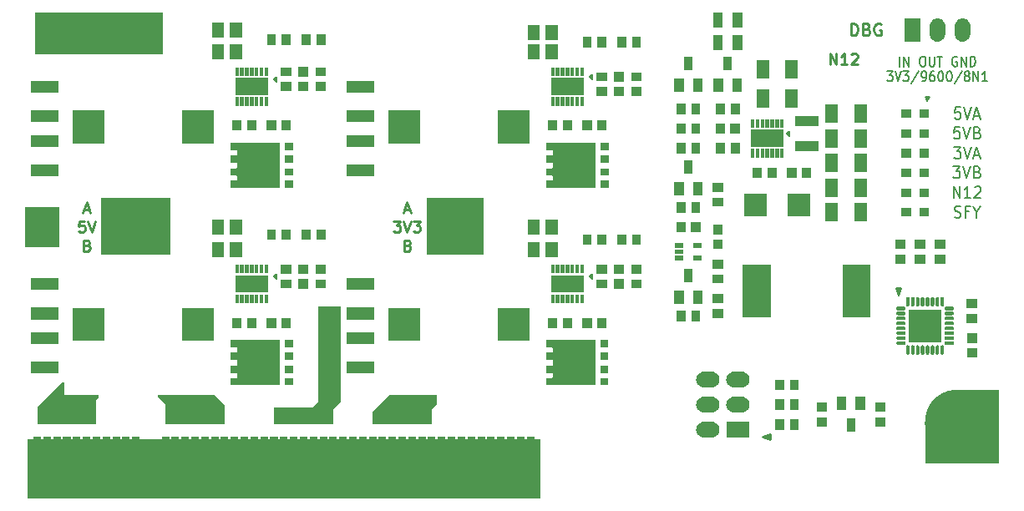
<source format=gbr>
G04 #@! TF.FileFunction,Soldermask,Top*
%FSLAX46Y46*%
G04 Gerber Fmt 4.6, Leading zero omitted, Abs format (unit mm)*
G04 Created by KiCad (PCBNEW (2016-06-29 BZR 6959, Git 30386bd)-product) date Sat Jul  2 22:02:46 2016*
%MOMM*%
%LPD*%
G01*
G04 APERTURE LIST*
%ADD10C,0.100000*%
%ADD11C,0.200000*%
%ADD12C,0.250000*%
%ADD13C,0.275000*%
G04 APERTURE END LIST*
D10*
D11*
X90435714Y-6202380D02*
X90435714Y-5202380D01*
X90864285Y-6202380D02*
X90864285Y-5202380D01*
X91378571Y-6202380D01*
X91378571Y-5202380D01*
X92664285Y-5202380D02*
X92835714Y-5202380D01*
X92921428Y-5250000D01*
X93007142Y-5345238D01*
X93050000Y-5535714D01*
X93050000Y-5869047D01*
X93007142Y-6059523D01*
X92921428Y-6154761D01*
X92835714Y-6202380D01*
X92664285Y-6202380D01*
X92578571Y-6154761D01*
X92492857Y-6059523D01*
X92450000Y-5869047D01*
X92450000Y-5535714D01*
X92492857Y-5345238D01*
X92578571Y-5250000D01*
X92664285Y-5202380D01*
X93435714Y-5202380D02*
X93435714Y-6011904D01*
X93478571Y-6107142D01*
X93521428Y-6154761D01*
X93607142Y-6202380D01*
X93778571Y-6202380D01*
X93864285Y-6154761D01*
X93907142Y-6107142D01*
X93950000Y-6011904D01*
X93950000Y-5202380D01*
X94250000Y-5202380D02*
X94764285Y-5202380D01*
X94507142Y-6202380D02*
X94507142Y-5202380D01*
X96221428Y-5250000D02*
X96135714Y-5202380D01*
X96007142Y-5202380D01*
X95878571Y-5250000D01*
X95792857Y-5345238D01*
X95750000Y-5440476D01*
X95707142Y-5630952D01*
X95707142Y-5773809D01*
X95750000Y-5964285D01*
X95792857Y-6059523D01*
X95878571Y-6154761D01*
X96007142Y-6202380D01*
X96092857Y-6202380D01*
X96221428Y-6154761D01*
X96264285Y-6107142D01*
X96264285Y-5773809D01*
X96092857Y-5773809D01*
X96650000Y-6202380D02*
X96650000Y-5202380D01*
X97164285Y-6202380D01*
X97164285Y-5202380D01*
X97592857Y-6202380D02*
X97592857Y-5202380D01*
X97807142Y-5202380D01*
X97935714Y-5250000D01*
X98021428Y-5345238D01*
X98064285Y-5440476D01*
X98107142Y-5630952D01*
X98107142Y-5773809D01*
X98064285Y-5964285D01*
X98021428Y-6059523D01*
X97935714Y-6154761D01*
X97807142Y-6202380D01*
X97592857Y-6202380D01*
X89150000Y-6702380D02*
X89707142Y-6702380D01*
X89407142Y-7083333D01*
X89535714Y-7083333D01*
X89621428Y-7130952D01*
X89664285Y-7178571D01*
X89707142Y-7273809D01*
X89707142Y-7511904D01*
X89664285Y-7607142D01*
X89621428Y-7654761D01*
X89535714Y-7702380D01*
X89278571Y-7702380D01*
X89192857Y-7654761D01*
X89150000Y-7607142D01*
X89964285Y-6702380D02*
X90264285Y-7702380D01*
X90564285Y-6702380D01*
X90778571Y-6702380D02*
X91335714Y-6702380D01*
X91035714Y-7083333D01*
X91164285Y-7083333D01*
X91250000Y-7130952D01*
X91292857Y-7178571D01*
X91335714Y-7273809D01*
X91335714Y-7511904D01*
X91292857Y-7607142D01*
X91250000Y-7654761D01*
X91164285Y-7702380D01*
X90907142Y-7702380D01*
X90821428Y-7654761D01*
X90778571Y-7607142D01*
X92364285Y-6654761D02*
X91592857Y-7940476D01*
X92707142Y-7702380D02*
X92878571Y-7702380D01*
X92964285Y-7654761D01*
X93007142Y-7607142D01*
X93092857Y-7464285D01*
X93135714Y-7273809D01*
X93135714Y-6892857D01*
X93092857Y-6797619D01*
X93050000Y-6750000D01*
X92964285Y-6702380D01*
X92792857Y-6702380D01*
X92707142Y-6750000D01*
X92664285Y-6797619D01*
X92621428Y-6892857D01*
X92621428Y-7130952D01*
X92664285Y-7226190D01*
X92707142Y-7273809D01*
X92792857Y-7321428D01*
X92964285Y-7321428D01*
X93050000Y-7273809D01*
X93092857Y-7226190D01*
X93135714Y-7130952D01*
X93907142Y-6702380D02*
X93735714Y-6702380D01*
X93650000Y-6750000D01*
X93607142Y-6797619D01*
X93521428Y-6940476D01*
X93478571Y-7130952D01*
X93478571Y-7511904D01*
X93521428Y-7607142D01*
X93564285Y-7654761D01*
X93650000Y-7702380D01*
X93821428Y-7702380D01*
X93907142Y-7654761D01*
X93950000Y-7607142D01*
X93992857Y-7511904D01*
X93992857Y-7273809D01*
X93950000Y-7178571D01*
X93907142Y-7130952D01*
X93821428Y-7083333D01*
X93650000Y-7083333D01*
X93564285Y-7130952D01*
X93521428Y-7178571D01*
X93478571Y-7273809D01*
X94550000Y-6702380D02*
X94635714Y-6702380D01*
X94721428Y-6750000D01*
X94764285Y-6797619D01*
X94807142Y-6892857D01*
X94850000Y-7083333D01*
X94850000Y-7321428D01*
X94807142Y-7511904D01*
X94764285Y-7607142D01*
X94721428Y-7654761D01*
X94635714Y-7702380D01*
X94550000Y-7702380D01*
X94464285Y-7654761D01*
X94421428Y-7607142D01*
X94378571Y-7511904D01*
X94335714Y-7321428D01*
X94335714Y-7083333D01*
X94378571Y-6892857D01*
X94421428Y-6797619D01*
X94464285Y-6750000D01*
X94550000Y-6702380D01*
X95407142Y-6702380D02*
X95492857Y-6702380D01*
X95578571Y-6750000D01*
X95621428Y-6797619D01*
X95664285Y-6892857D01*
X95707142Y-7083333D01*
X95707142Y-7321428D01*
X95664285Y-7511904D01*
X95621428Y-7607142D01*
X95578571Y-7654761D01*
X95492857Y-7702380D01*
X95407142Y-7702380D01*
X95321428Y-7654761D01*
X95278571Y-7607142D01*
X95235714Y-7511904D01*
X95192857Y-7321428D01*
X95192857Y-7083333D01*
X95235714Y-6892857D01*
X95278571Y-6797619D01*
X95321428Y-6750000D01*
X95407142Y-6702380D01*
X96735714Y-6654761D02*
X95964285Y-7940476D01*
X97164285Y-7130952D02*
X97078571Y-7083333D01*
X97035714Y-7035714D01*
X96992857Y-6940476D01*
X96992857Y-6892857D01*
X97035714Y-6797619D01*
X97078571Y-6750000D01*
X97164285Y-6702380D01*
X97335714Y-6702380D01*
X97421428Y-6750000D01*
X97464285Y-6797619D01*
X97507142Y-6892857D01*
X97507142Y-6940476D01*
X97464285Y-7035714D01*
X97421428Y-7083333D01*
X97335714Y-7130952D01*
X97164285Y-7130952D01*
X97078571Y-7178571D01*
X97035714Y-7226190D01*
X96992857Y-7321428D01*
X96992857Y-7511904D01*
X97035714Y-7607142D01*
X97078571Y-7654761D01*
X97164285Y-7702380D01*
X97335714Y-7702380D01*
X97421428Y-7654761D01*
X97464285Y-7607142D01*
X97507142Y-7511904D01*
X97507142Y-7321428D01*
X97464285Y-7226190D01*
X97421428Y-7178571D01*
X97335714Y-7130952D01*
X97892857Y-7702380D02*
X97892857Y-6702380D01*
X98407142Y-7702380D01*
X98407142Y-6702380D01*
X99307142Y-7702380D02*
X98792857Y-7702380D01*
X99050000Y-7702380D02*
X99050000Y-6702380D01*
X98964285Y-6845238D01*
X98878571Y-6940476D01*
X98792857Y-6988095D01*
D12*
X85485714Y-3042857D02*
X85485714Y-1842857D01*
X85771428Y-1842857D01*
X85942857Y-1900000D01*
X86057142Y-2014285D01*
X86114285Y-2128571D01*
X86171428Y-2357142D01*
X86171428Y-2528571D01*
X86114285Y-2757142D01*
X86057142Y-2871428D01*
X85942857Y-2985714D01*
X85771428Y-3042857D01*
X85485714Y-3042857D01*
X87085714Y-2414285D02*
X87257142Y-2471428D01*
X87314285Y-2528571D01*
X87371428Y-2642857D01*
X87371428Y-2814285D01*
X87314285Y-2928571D01*
X87257142Y-2985714D01*
X87142857Y-3042857D01*
X86685714Y-3042857D01*
X86685714Y-1842857D01*
X87085714Y-1842857D01*
X87200000Y-1900000D01*
X87257142Y-1957142D01*
X87314285Y-2071428D01*
X87314285Y-2185714D01*
X87257142Y-2300000D01*
X87200000Y-2357142D01*
X87085714Y-2414285D01*
X86685714Y-2414285D01*
X88514285Y-1900000D02*
X88400000Y-1842857D01*
X88228571Y-1842857D01*
X88057142Y-1900000D01*
X87942857Y-2014285D01*
X87885714Y-2128571D01*
X87828571Y-2357142D01*
X87828571Y-2528571D01*
X87885714Y-2757142D01*
X87942857Y-2871428D01*
X88057142Y-2985714D01*
X88228571Y-3042857D01*
X88342857Y-3042857D01*
X88514285Y-2985714D01*
X88571428Y-2928571D01*
X88571428Y-2528571D01*
X88342857Y-2528571D01*
D11*
X95992857Y-21485714D02*
X96150000Y-21542857D01*
X96411904Y-21542857D01*
X96516666Y-21485714D01*
X96569047Y-21428571D01*
X96621428Y-21314285D01*
X96621428Y-21200000D01*
X96569047Y-21085714D01*
X96516666Y-21028571D01*
X96411904Y-20971428D01*
X96202380Y-20914285D01*
X96097619Y-20857142D01*
X96045238Y-20800000D01*
X95992857Y-20685714D01*
X95992857Y-20571428D01*
X96045238Y-20457142D01*
X96097619Y-20400000D01*
X96202380Y-20342857D01*
X96464285Y-20342857D01*
X96621428Y-20400000D01*
X97459523Y-20914285D02*
X97092857Y-20914285D01*
X97092857Y-21542857D02*
X97092857Y-20342857D01*
X97616666Y-20342857D01*
X98245238Y-20971428D02*
X98245238Y-21542857D01*
X97878571Y-20342857D02*
X98245238Y-20971428D01*
X98611904Y-20342857D01*
X95888095Y-19542857D02*
X95888095Y-18342857D01*
X96516666Y-19542857D01*
X96516666Y-18342857D01*
X97616666Y-19542857D02*
X96988095Y-19542857D01*
X97302380Y-19542857D02*
X97302380Y-18342857D01*
X97197619Y-18514285D01*
X97092857Y-18628571D01*
X96988095Y-18685714D01*
X98035714Y-18457142D02*
X98088095Y-18400000D01*
X98192857Y-18342857D01*
X98454761Y-18342857D01*
X98559523Y-18400000D01*
X98611904Y-18457142D01*
X98664285Y-18571428D01*
X98664285Y-18685714D01*
X98611904Y-18857142D01*
X97983333Y-19542857D01*
X98664285Y-19542857D01*
X95861904Y-16342857D02*
X96542857Y-16342857D01*
X96176190Y-16800000D01*
X96333333Y-16800000D01*
X96438095Y-16857142D01*
X96490476Y-16914285D01*
X96542857Y-17028571D01*
X96542857Y-17314285D01*
X96490476Y-17428571D01*
X96438095Y-17485714D01*
X96333333Y-17542857D01*
X96019047Y-17542857D01*
X95914285Y-17485714D01*
X95861904Y-17428571D01*
X96857142Y-16342857D02*
X97223809Y-17542857D01*
X97590476Y-16342857D01*
X98323809Y-16914285D02*
X98480952Y-16971428D01*
X98533333Y-17028571D01*
X98585714Y-17142857D01*
X98585714Y-17314285D01*
X98533333Y-17428571D01*
X98480952Y-17485714D01*
X98376190Y-17542857D01*
X97957142Y-17542857D01*
X97957142Y-16342857D01*
X98323809Y-16342857D01*
X98428571Y-16400000D01*
X98480952Y-16457142D01*
X98533333Y-16571428D01*
X98533333Y-16685714D01*
X98480952Y-16800000D01*
X98428571Y-16857142D01*
X98323809Y-16914285D01*
X97957142Y-16914285D01*
X95940476Y-14342857D02*
X96621428Y-14342857D01*
X96254761Y-14800000D01*
X96411904Y-14800000D01*
X96516666Y-14857142D01*
X96569047Y-14914285D01*
X96621428Y-15028571D01*
X96621428Y-15314285D01*
X96569047Y-15428571D01*
X96516666Y-15485714D01*
X96411904Y-15542857D01*
X96097619Y-15542857D01*
X95992857Y-15485714D01*
X95940476Y-15428571D01*
X96935714Y-14342857D02*
X97302380Y-15542857D01*
X97669047Y-14342857D01*
X97983333Y-15200000D02*
X98507142Y-15200000D01*
X97878571Y-15542857D02*
X98245238Y-14342857D01*
X98611904Y-15542857D01*
X96490476Y-12342857D02*
X95966666Y-12342857D01*
X95914285Y-12914285D01*
X95966666Y-12857142D01*
X96071428Y-12800000D01*
X96333333Y-12800000D01*
X96438095Y-12857142D01*
X96490476Y-12914285D01*
X96542857Y-13028571D01*
X96542857Y-13314285D01*
X96490476Y-13428571D01*
X96438095Y-13485714D01*
X96333333Y-13542857D01*
X96071428Y-13542857D01*
X95966666Y-13485714D01*
X95914285Y-13428571D01*
X96857142Y-12342857D02*
X97223809Y-13542857D01*
X97590476Y-12342857D01*
X98323809Y-12914285D02*
X98480952Y-12971428D01*
X98533333Y-13028571D01*
X98585714Y-13142857D01*
X98585714Y-13314285D01*
X98533333Y-13428571D01*
X98480952Y-13485714D01*
X98376190Y-13542857D01*
X97957142Y-13542857D01*
X97957142Y-12342857D01*
X98323809Y-12342857D01*
X98428571Y-12400000D01*
X98480952Y-12457142D01*
X98533333Y-12571428D01*
X98533333Y-12685714D01*
X98480952Y-12800000D01*
X98428571Y-12857142D01*
X98323809Y-12914285D01*
X97957142Y-12914285D01*
X96569047Y-10342857D02*
X96045238Y-10342857D01*
X95992857Y-10914285D01*
X96045238Y-10857142D01*
X96150000Y-10800000D01*
X96411904Y-10800000D01*
X96516666Y-10857142D01*
X96569047Y-10914285D01*
X96621428Y-11028571D01*
X96621428Y-11314285D01*
X96569047Y-11428571D01*
X96516666Y-11485714D01*
X96411904Y-11542857D01*
X96150000Y-11542857D01*
X96045238Y-11485714D01*
X95992857Y-11428571D01*
X96935714Y-10342857D02*
X97302380Y-11542857D01*
X97669047Y-10342857D01*
X97983333Y-11200000D02*
X98507142Y-11200000D01*
X97878571Y-11542857D02*
X98245238Y-10342857D01*
X98611904Y-11542857D01*
D12*
X77250000Y-43750000D02*
X76500000Y-43750000D01*
X77250000Y-44000000D02*
X77250000Y-43750000D01*
X77250000Y-43500000D02*
X77250000Y-44000000D01*
X76500000Y-43750000D02*
X77250000Y-43500000D01*
X76500000Y-43750000D02*
X77250000Y-44000000D01*
D11*
X93250000Y-9750000D02*
X93250000Y-9250000D01*
X93000000Y-9250000D02*
X93250000Y-9750000D01*
X93500000Y-9250000D02*
X93000000Y-9250000D01*
X93250000Y-9750000D02*
X93500000Y-9250000D01*
X79250000Y-12750000D02*
X79250000Y-13250000D01*
X79250000Y-13250000D02*
X79000000Y-13000000D01*
X79000000Y-13000000D02*
X79250000Y-12750000D01*
X90300000Y-29400000D02*
X90300000Y-28650000D01*
X90550000Y-28650000D02*
X90300000Y-29400000D01*
X90050000Y-28650000D02*
X90550000Y-28650000D01*
X90300000Y-29400000D02*
X90050000Y-28650000D01*
X27250000Y-7250000D02*
X27250000Y-7750000D01*
X27000000Y-7500000D02*
X27250000Y-7250000D01*
X27250000Y-7750000D02*
X27000000Y-7500000D01*
X27250000Y-27250000D02*
X27250000Y-27750000D01*
X27000000Y-27500000D02*
X27250000Y-27250000D01*
X27250000Y-27750000D02*
X27000000Y-27500000D01*
X59250000Y-27250000D02*
X59250000Y-27750000D01*
X59000000Y-27500000D02*
X59250000Y-27250000D01*
X59250000Y-27750000D02*
X59000000Y-27500000D01*
X59000000Y-7250000D02*
X59250000Y-7000000D01*
X59250000Y-7500000D02*
X59000000Y-7250000D01*
X59250000Y-7000000D02*
X59250000Y-7500000D01*
D13*
X83388095Y-5997619D02*
X83388095Y-4897619D01*
X84016666Y-5997619D01*
X84016666Y-4897619D01*
X85116666Y-5997619D02*
X84488095Y-5997619D01*
X84802380Y-5997619D02*
X84802380Y-4897619D01*
X84697619Y-5054761D01*
X84592857Y-5159523D01*
X84488095Y-5211904D01*
X85535714Y-5002380D02*
X85588095Y-4950000D01*
X85692857Y-4897619D01*
X85954761Y-4897619D01*
X86059523Y-4950000D01*
X86111904Y-5002380D01*
X86164285Y-5107142D01*
X86164285Y-5211904D01*
X86111904Y-5369047D01*
X85483333Y-5997619D01*
X86164285Y-5997619D01*
X40238095Y-20758333D02*
X40761904Y-20758333D01*
X40133333Y-21072619D02*
X40500000Y-19972619D01*
X40866666Y-21072619D01*
X39138095Y-21897619D02*
X39819047Y-21897619D01*
X39452380Y-22316666D01*
X39609523Y-22316666D01*
X39714285Y-22369047D01*
X39766666Y-22421428D01*
X39819047Y-22526190D01*
X39819047Y-22788095D01*
X39766666Y-22892857D01*
X39714285Y-22945238D01*
X39609523Y-22997619D01*
X39295238Y-22997619D01*
X39190476Y-22945238D01*
X39138095Y-22892857D01*
X40133333Y-21897619D02*
X40500000Y-22997619D01*
X40866666Y-21897619D01*
X41128571Y-21897619D02*
X41809523Y-21897619D01*
X41442857Y-22316666D01*
X41600000Y-22316666D01*
X41704761Y-22369047D01*
X41757142Y-22421428D01*
X41809523Y-22526190D01*
X41809523Y-22788095D01*
X41757142Y-22892857D01*
X41704761Y-22945238D01*
X41600000Y-22997619D01*
X41285714Y-22997619D01*
X41180952Y-22945238D01*
X41128571Y-22892857D01*
X40578571Y-24346428D02*
X40735714Y-24398809D01*
X40788095Y-24451190D01*
X40840476Y-24555952D01*
X40840476Y-24713095D01*
X40788095Y-24817857D01*
X40735714Y-24870238D01*
X40630952Y-24922619D01*
X40211904Y-24922619D01*
X40211904Y-23822619D01*
X40578571Y-23822619D01*
X40683333Y-23875000D01*
X40735714Y-23927380D01*
X40788095Y-24032142D01*
X40788095Y-24136904D01*
X40735714Y-24241666D01*
X40683333Y-24294047D01*
X40578571Y-24346428D01*
X40211904Y-24346428D01*
X7738095Y-20758333D02*
X8261904Y-20758333D01*
X7633333Y-21072619D02*
X8000000Y-19972619D01*
X8366666Y-21072619D01*
X7790476Y-21897619D02*
X7266666Y-21897619D01*
X7214285Y-22421428D01*
X7266666Y-22369047D01*
X7371428Y-22316666D01*
X7633333Y-22316666D01*
X7738095Y-22369047D01*
X7790476Y-22421428D01*
X7842857Y-22526190D01*
X7842857Y-22788095D01*
X7790476Y-22892857D01*
X7738095Y-22945238D01*
X7633333Y-22997619D01*
X7371428Y-22997619D01*
X7266666Y-22945238D01*
X7214285Y-22892857D01*
X8157142Y-21897619D02*
X8523809Y-22997619D01*
X8890476Y-21897619D01*
X8078571Y-24346428D02*
X8235714Y-24398809D01*
X8288095Y-24451190D01*
X8340476Y-24555952D01*
X8340476Y-24713095D01*
X8288095Y-24817857D01*
X8235714Y-24870238D01*
X8130952Y-24922619D01*
X7711904Y-24922619D01*
X7711904Y-23822619D01*
X8078571Y-23822619D01*
X8183333Y-23875000D01*
X8235714Y-23927380D01*
X8288095Y-24032142D01*
X8288095Y-24136904D01*
X8235714Y-24241666D01*
X8183333Y-24294047D01*
X8078571Y-24346428D01*
X7711904Y-24346428D01*
D10*
G36*
X3380530Y-43949200D02*
X3381506Y-43959111D01*
X3384397Y-43968640D01*
X3389091Y-43977423D01*
X3395409Y-43985121D01*
X3403107Y-43991439D01*
X3411890Y-43996133D01*
X3421419Y-43999024D01*
X3431330Y-44000000D01*
X3565950Y-44000000D01*
X3575861Y-43999024D01*
X3585390Y-43996133D01*
X3594173Y-43991439D01*
X3601871Y-43985121D01*
X3608189Y-43977423D01*
X3612883Y-43968640D01*
X3615774Y-43959111D01*
X3616750Y-43949200D01*
X3616750Y-43718000D01*
X4381290Y-43718000D01*
X4381290Y-43949200D01*
X4382266Y-43959111D01*
X4385157Y-43968640D01*
X4389851Y-43977423D01*
X4396169Y-43985121D01*
X4403867Y-43991439D01*
X4412650Y-43996133D01*
X4422179Y-43999024D01*
X4432090Y-44000000D01*
X4566710Y-44000000D01*
X4576621Y-43999024D01*
X4586150Y-43996133D01*
X4594933Y-43991439D01*
X4602631Y-43985121D01*
X4608949Y-43977423D01*
X4613643Y-43968640D01*
X4616534Y-43959111D01*
X4617510Y-43949200D01*
X4617510Y-43718000D01*
X5382050Y-43718000D01*
X5382050Y-43949200D01*
X5383026Y-43959111D01*
X5385917Y-43968640D01*
X5390611Y-43977423D01*
X5396929Y-43985121D01*
X5404627Y-43991439D01*
X5413410Y-43996133D01*
X5422939Y-43999024D01*
X5432850Y-44000000D01*
X5567470Y-44000000D01*
X5577381Y-43999024D01*
X5586910Y-43996133D01*
X5595693Y-43991439D01*
X5603391Y-43985121D01*
X5609709Y-43977423D01*
X5614403Y-43968640D01*
X5617294Y-43959111D01*
X5618270Y-43949200D01*
X5618270Y-43718000D01*
X6382810Y-43718000D01*
X6382810Y-43949200D01*
X6383786Y-43959111D01*
X6386677Y-43968640D01*
X6391371Y-43977423D01*
X6397689Y-43985121D01*
X6405387Y-43991439D01*
X6414170Y-43996133D01*
X6423699Y-43999024D01*
X6433610Y-44000000D01*
X6565690Y-44000000D01*
X6575601Y-43999024D01*
X6585130Y-43996133D01*
X6593913Y-43991439D01*
X6601611Y-43985121D01*
X6607929Y-43977423D01*
X6612623Y-43968640D01*
X6615514Y-43959111D01*
X6616490Y-43949200D01*
X6616490Y-43718000D01*
X7381030Y-43718000D01*
X7381030Y-43949200D01*
X7382006Y-43959111D01*
X7384897Y-43968640D01*
X7389591Y-43977423D01*
X7395909Y-43985121D01*
X7403607Y-43991439D01*
X7412390Y-43996133D01*
X7421919Y-43999024D01*
X7431830Y-44000000D01*
X7566450Y-44000000D01*
X7576361Y-43999024D01*
X7585890Y-43996133D01*
X7594673Y-43991439D01*
X7602371Y-43985121D01*
X7608689Y-43977423D01*
X7613383Y-43968640D01*
X7616274Y-43959111D01*
X7617250Y-43949200D01*
X7617250Y-43718000D01*
X8381790Y-43718000D01*
X8381790Y-43949200D01*
X8382766Y-43959111D01*
X8385657Y-43968640D01*
X8390351Y-43977423D01*
X8396669Y-43985121D01*
X8404367Y-43991439D01*
X8413150Y-43996133D01*
X8422679Y-43999024D01*
X8432590Y-44000000D01*
X8567210Y-44000000D01*
X8577121Y-43999024D01*
X8586650Y-43996133D01*
X8595433Y-43991439D01*
X8603131Y-43985121D01*
X8609449Y-43977423D01*
X8614143Y-43968640D01*
X8617034Y-43959111D01*
X8618010Y-43949200D01*
X8618010Y-43718000D01*
X9382550Y-43718000D01*
X9382550Y-43949200D01*
X9383526Y-43959111D01*
X9386417Y-43968640D01*
X9391111Y-43977423D01*
X9397429Y-43985121D01*
X9405127Y-43991439D01*
X9413910Y-43996133D01*
X9423439Y-43999024D01*
X9433350Y-44000000D01*
X9565430Y-44000000D01*
X9575341Y-43999024D01*
X9584870Y-43996133D01*
X9593653Y-43991439D01*
X9601351Y-43985121D01*
X9607669Y-43977423D01*
X9612363Y-43968640D01*
X9615254Y-43959111D01*
X9616230Y-43949200D01*
X9616230Y-43718000D01*
X10380770Y-43718000D01*
X10380770Y-43949200D01*
X10381746Y-43959111D01*
X10384637Y-43968640D01*
X10389331Y-43977423D01*
X10395649Y-43985121D01*
X10403347Y-43991439D01*
X10412130Y-43996133D01*
X10421659Y-43999024D01*
X10431570Y-44000000D01*
X10566190Y-44000000D01*
X10576101Y-43999024D01*
X10585630Y-43996133D01*
X10594413Y-43991439D01*
X10602111Y-43985121D01*
X10608429Y-43977423D01*
X10613123Y-43968640D01*
X10616014Y-43959111D01*
X10616990Y-43949200D01*
X10616990Y-43718000D01*
X11381530Y-43718000D01*
X11381530Y-43949200D01*
X11382506Y-43959111D01*
X11385397Y-43968640D01*
X11390091Y-43977423D01*
X11396409Y-43985121D01*
X11404107Y-43991439D01*
X11412890Y-43996133D01*
X11422419Y-43999024D01*
X11432330Y-44000000D01*
X11566950Y-44000000D01*
X11576861Y-43999024D01*
X11586390Y-43996133D01*
X11595173Y-43991439D01*
X11602871Y-43985121D01*
X11609189Y-43977423D01*
X11613883Y-43968640D01*
X11616774Y-43959111D01*
X11617750Y-43949200D01*
X11617750Y-43718000D01*
X12382290Y-43718000D01*
X12382290Y-43949200D01*
X12383266Y-43959111D01*
X12386157Y-43968640D01*
X12390851Y-43977423D01*
X12397169Y-43985121D01*
X12404867Y-43991439D01*
X12413650Y-43996133D01*
X12423179Y-43999024D01*
X12433090Y-44000000D01*
X12565170Y-44000000D01*
X12575081Y-43999024D01*
X12584610Y-43996133D01*
X12593393Y-43991439D01*
X12601091Y-43985121D01*
X12607409Y-43977423D01*
X12612103Y-43968640D01*
X12614994Y-43959111D01*
X12615970Y-43949200D01*
X12615970Y-43718000D01*
X13380510Y-43718000D01*
X13380510Y-43949200D01*
X13381486Y-43959111D01*
X13384377Y-43968640D01*
X13389071Y-43977423D01*
X13395389Y-43985121D01*
X13403087Y-43991439D01*
X13411870Y-43996133D01*
X13421399Y-43999024D01*
X13431310Y-44000000D01*
X15567450Y-44000000D01*
X15577361Y-43999024D01*
X15586890Y-43996133D01*
X15595673Y-43991439D01*
X15603371Y-43985121D01*
X15609689Y-43977423D01*
X15614383Y-43968640D01*
X15617274Y-43959111D01*
X15618250Y-43949200D01*
X15618250Y-43718000D01*
X16382790Y-43718000D01*
X16382790Y-43949200D01*
X16383766Y-43959111D01*
X16386657Y-43968640D01*
X16391351Y-43977423D01*
X16397669Y-43985121D01*
X16405367Y-43991439D01*
X16414150Y-43996133D01*
X16423679Y-43999024D01*
X16433590Y-44000000D01*
X16565670Y-44000000D01*
X16575581Y-43999024D01*
X16585110Y-43996133D01*
X16593893Y-43991439D01*
X16601591Y-43985121D01*
X16607909Y-43977423D01*
X16612603Y-43968640D01*
X16615494Y-43959111D01*
X16616470Y-43949200D01*
X16616470Y-43718000D01*
X17381010Y-43718000D01*
X17381010Y-43949200D01*
X17381986Y-43959111D01*
X17384877Y-43968640D01*
X17389571Y-43977423D01*
X17395889Y-43985121D01*
X17403587Y-43991439D01*
X17412370Y-43996133D01*
X17421899Y-43999024D01*
X17431810Y-44000000D01*
X17566430Y-44000000D01*
X17576341Y-43999024D01*
X17585870Y-43996133D01*
X17594653Y-43991439D01*
X17602351Y-43985121D01*
X17608669Y-43977423D01*
X17613363Y-43968640D01*
X17616254Y-43959111D01*
X17617230Y-43949200D01*
X17617230Y-43718000D01*
X18381770Y-43718000D01*
X18381770Y-43949200D01*
X18382746Y-43959111D01*
X18385637Y-43968640D01*
X18390331Y-43977423D01*
X18396649Y-43985121D01*
X18404347Y-43991439D01*
X18413130Y-43996133D01*
X18422659Y-43999024D01*
X18432570Y-44000000D01*
X18567190Y-44000000D01*
X18577101Y-43999024D01*
X18586630Y-43996133D01*
X18595413Y-43991439D01*
X18603111Y-43985121D01*
X18609429Y-43977423D01*
X18614123Y-43968640D01*
X18617014Y-43959111D01*
X18617990Y-43949200D01*
X18617990Y-43718000D01*
X19382530Y-43718000D01*
X19382530Y-43949200D01*
X19383506Y-43959111D01*
X19386397Y-43968640D01*
X19391091Y-43977423D01*
X19397409Y-43985121D01*
X19405107Y-43991439D01*
X19413890Y-43996133D01*
X19423419Y-43999024D01*
X19433330Y-44000000D01*
X19565410Y-44000000D01*
X19575321Y-43999024D01*
X19584850Y-43996133D01*
X19593633Y-43991439D01*
X19601331Y-43985121D01*
X19607649Y-43977423D01*
X19612343Y-43968640D01*
X19615234Y-43959111D01*
X19616210Y-43949200D01*
X19616210Y-43718000D01*
X20380750Y-43718000D01*
X20380750Y-43949200D01*
X20381726Y-43959111D01*
X20384617Y-43968640D01*
X20389311Y-43977423D01*
X20395629Y-43985121D01*
X20403327Y-43991439D01*
X20412110Y-43996133D01*
X20421639Y-43999024D01*
X20431550Y-44000000D01*
X20566170Y-44000000D01*
X20576081Y-43999024D01*
X20585610Y-43996133D01*
X20594393Y-43991439D01*
X20602091Y-43985121D01*
X20608409Y-43977423D01*
X20613103Y-43968640D01*
X20615994Y-43959111D01*
X20616970Y-43949200D01*
X20616970Y-43718000D01*
X21381510Y-43718000D01*
X21381510Y-43949200D01*
X21382486Y-43959111D01*
X21385377Y-43968640D01*
X21390071Y-43977423D01*
X21396389Y-43985121D01*
X21404087Y-43991439D01*
X21412870Y-43996133D01*
X21422399Y-43999024D01*
X21432310Y-44000000D01*
X21566930Y-44000000D01*
X21576841Y-43999024D01*
X21586370Y-43996133D01*
X21595153Y-43991439D01*
X21602851Y-43985121D01*
X21609169Y-43977423D01*
X21613863Y-43968640D01*
X21616754Y-43959111D01*
X21617730Y-43949200D01*
X21617730Y-43718000D01*
X22382270Y-43718000D01*
X22382270Y-43949200D01*
X22383246Y-43959111D01*
X22386137Y-43968640D01*
X22390831Y-43977423D01*
X22397149Y-43985121D01*
X22404847Y-43991439D01*
X22413630Y-43996133D01*
X22423159Y-43999024D01*
X22433070Y-44000000D01*
X22565150Y-44000000D01*
X22575061Y-43999024D01*
X22584590Y-43996133D01*
X22593373Y-43991439D01*
X22601071Y-43985121D01*
X22607389Y-43977423D01*
X22612083Y-43968640D01*
X22614974Y-43959111D01*
X22615950Y-43949200D01*
X22615950Y-43718000D01*
X23380490Y-43718000D01*
X23380490Y-43949200D01*
X23381466Y-43959111D01*
X23384357Y-43968640D01*
X23389051Y-43977423D01*
X23395369Y-43985121D01*
X23403067Y-43991439D01*
X23411850Y-43996133D01*
X23421379Y-43999024D01*
X23431290Y-44000000D01*
X23565910Y-44000000D01*
X23575821Y-43999024D01*
X23585350Y-43996133D01*
X23594133Y-43991439D01*
X23601831Y-43985121D01*
X23608149Y-43977423D01*
X23612843Y-43968640D01*
X23615734Y-43959111D01*
X23616710Y-43949200D01*
X23616710Y-43718000D01*
X24381250Y-43718000D01*
X24381250Y-43949200D01*
X24382226Y-43959111D01*
X24385117Y-43968640D01*
X24389811Y-43977423D01*
X24396129Y-43985121D01*
X24403827Y-43991439D01*
X24412610Y-43996133D01*
X24422139Y-43999024D01*
X24432050Y-44000000D01*
X24566670Y-44000000D01*
X24576581Y-43999024D01*
X24586110Y-43996133D01*
X24594893Y-43991439D01*
X24602591Y-43985121D01*
X24608909Y-43977423D01*
X24613603Y-43968640D01*
X24616494Y-43959111D01*
X24617470Y-43949200D01*
X24617470Y-43718000D01*
X25382010Y-43718000D01*
X25382010Y-43949200D01*
X25382986Y-43959111D01*
X25385877Y-43968640D01*
X25390571Y-43977423D01*
X25396889Y-43985121D01*
X25404587Y-43991439D01*
X25413370Y-43996133D01*
X25422899Y-43999024D01*
X25432810Y-44000000D01*
X25567430Y-44000000D01*
X25577341Y-43999024D01*
X25586870Y-43996133D01*
X25595653Y-43991439D01*
X25603351Y-43985121D01*
X25609669Y-43977423D01*
X25614363Y-43968640D01*
X25617254Y-43959111D01*
X25618230Y-43949200D01*
X25618230Y-43718000D01*
X26382770Y-43718000D01*
X26382770Y-43949200D01*
X26383746Y-43959111D01*
X26386637Y-43968640D01*
X26391331Y-43977423D01*
X26397649Y-43985121D01*
X26405347Y-43991439D01*
X26414130Y-43996133D01*
X26423659Y-43999024D01*
X26433570Y-44000000D01*
X26565650Y-44000000D01*
X26575561Y-43999024D01*
X26585090Y-43996133D01*
X26593873Y-43991439D01*
X26601571Y-43985121D01*
X26607889Y-43977423D01*
X26612583Y-43968640D01*
X26615474Y-43959111D01*
X26616450Y-43949200D01*
X26616450Y-43718000D01*
X27380990Y-43718000D01*
X27380990Y-43949200D01*
X27381966Y-43959111D01*
X27384857Y-43968640D01*
X27389551Y-43977423D01*
X27395869Y-43985121D01*
X27403567Y-43991439D01*
X27412350Y-43996133D01*
X27421879Y-43999024D01*
X27431790Y-44000000D01*
X27566410Y-44000000D01*
X27576321Y-43999024D01*
X27585850Y-43996133D01*
X27594633Y-43991439D01*
X27602331Y-43985121D01*
X27608649Y-43977423D01*
X27613343Y-43968640D01*
X27616234Y-43959111D01*
X27617210Y-43949200D01*
X27617210Y-43718000D01*
X28381750Y-43718000D01*
X28381750Y-43949200D01*
X28382726Y-43959111D01*
X28385617Y-43968640D01*
X28390311Y-43977423D01*
X28396629Y-43985121D01*
X28404327Y-43991439D01*
X28413110Y-43996133D01*
X28422639Y-43999024D01*
X28432550Y-44000000D01*
X28567170Y-44000000D01*
X28577081Y-43999024D01*
X28586610Y-43996133D01*
X28595393Y-43991439D01*
X28603091Y-43985121D01*
X28609409Y-43977423D01*
X28614103Y-43968640D01*
X28616994Y-43959111D01*
X28617970Y-43949200D01*
X28617970Y-43718000D01*
X29382510Y-43718000D01*
X29382510Y-43949200D01*
X29383486Y-43959111D01*
X29386377Y-43968640D01*
X29391071Y-43977423D01*
X29397389Y-43985121D01*
X29405087Y-43991439D01*
X29413870Y-43996133D01*
X29423399Y-43999024D01*
X29433310Y-44000000D01*
X29565390Y-44000000D01*
X29575301Y-43999024D01*
X29584830Y-43996133D01*
X29593613Y-43991439D01*
X29601311Y-43985121D01*
X29607629Y-43977423D01*
X29612323Y-43968640D01*
X29615214Y-43959111D01*
X29616190Y-43949200D01*
X29616190Y-43718000D01*
X30380730Y-43718000D01*
X30380730Y-43949200D01*
X30381706Y-43959111D01*
X30384597Y-43968640D01*
X30389291Y-43977423D01*
X30395609Y-43985121D01*
X30403307Y-43991439D01*
X30412090Y-43996133D01*
X30421619Y-43999024D01*
X30431530Y-44000000D01*
X30566150Y-44000000D01*
X30576061Y-43999024D01*
X30585590Y-43996133D01*
X30594373Y-43991439D01*
X30602071Y-43985121D01*
X30608389Y-43977423D01*
X30613083Y-43968640D01*
X30615974Y-43959111D01*
X30616950Y-43949200D01*
X30616950Y-43718000D01*
X31381490Y-43718000D01*
X31381490Y-43949200D01*
X31382466Y-43959111D01*
X31385357Y-43968640D01*
X31390051Y-43977423D01*
X31396369Y-43985121D01*
X31404067Y-43991439D01*
X31412850Y-43996133D01*
X31422379Y-43999024D01*
X31432290Y-44000000D01*
X31566910Y-44000000D01*
X31576821Y-43999024D01*
X31586350Y-43996133D01*
X31595133Y-43991439D01*
X31602831Y-43985121D01*
X31609149Y-43977423D01*
X31613843Y-43968640D01*
X31616734Y-43959111D01*
X31617710Y-43949200D01*
X31617710Y-43718000D01*
X32382250Y-43718000D01*
X32382250Y-43949200D01*
X32383226Y-43959111D01*
X32386117Y-43968640D01*
X32390811Y-43977423D01*
X32397129Y-43985121D01*
X32404827Y-43991439D01*
X32413610Y-43996133D01*
X32423139Y-43999024D01*
X32433050Y-44000000D01*
X32565130Y-44000000D01*
X32575041Y-43999024D01*
X32584570Y-43996133D01*
X32593353Y-43991439D01*
X32601051Y-43985121D01*
X32607369Y-43977423D01*
X32612063Y-43968640D01*
X32614954Y-43959111D01*
X32615930Y-43949200D01*
X32615930Y-43718000D01*
X33380470Y-43718000D01*
X33380470Y-43949200D01*
X33381446Y-43959111D01*
X33384337Y-43968640D01*
X33389031Y-43977423D01*
X33395349Y-43985121D01*
X33403047Y-43991439D01*
X33411830Y-43996133D01*
X33421359Y-43999024D01*
X33431270Y-44000000D01*
X33565890Y-44000000D01*
X33575801Y-43999024D01*
X33585330Y-43996133D01*
X33594113Y-43991439D01*
X33601811Y-43985121D01*
X33608129Y-43977423D01*
X33612823Y-43968640D01*
X33615714Y-43959111D01*
X33616690Y-43949200D01*
X33616690Y-43718000D01*
X34381230Y-43718000D01*
X34381230Y-43949200D01*
X34382206Y-43959111D01*
X34385097Y-43968640D01*
X34389791Y-43977423D01*
X34396109Y-43985121D01*
X34403807Y-43991439D01*
X34412590Y-43996133D01*
X34422119Y-43999024D01*
X34432030Y-44000000D01*
X34566650Y-44000000D01*
X34576561Y-43999024D01*
X34586090Y-43996133D01*
X34594873Y-43991439D01*
X34602571Y-43985121D01*
X34608889Y-43977423D01*
X34613583Y-43968640D01*
X34616474Y-43959111D01*
X34617450Y-43949200D01*
X34617450Y-43718000D01*
X35381990Y-43718000D01*
X35381990Y-43949200D01*
X35382966Y-43959111D01*
X35385857Y-43968640D01*
X35390551Y-43977423D01*
X35396869Y-43985121D01*
X35404567Y-43991439D01*
X35413350Y-43996133D01*
X35422879Y-43999024D01*
X35432790Y-44000000D01*
X35567410Y-44000000D01*
X35577321Y-43999024D01*
X35586850Y-43996133D01*
X35595633Y-43991439D01*
X35603331Y-43985121D01*
X35609649Y-43977423D01*
X35614343Y-43968640D01*
X35617234Y-43959111D01*
X35618210Y-43949200D01*
X35618210Y-43718000D01*
X36382750Y-43718000D01*
X36382750Y-43949200D01*
X36383726Y-43959111D01*
X36386617Y-43968640D01*
X36391311Y-43977423D01*
X36397629Y-43985121D01*
X36405327Y-43991439D01*
X36414110Y-43996133D01*
X36423639Y-43999024D01*
X36433550Y-44000000D01*
X36565630Y-44000000D01*
X36575541Y-43999024D01*
X36585070Y-43996133D01*
X36593853Y-43991439D01*
X36601551Y-43985121D01*
X36607869Y-43977423D01*
X36612563Y-43968640D01*
X36615454Y-43959111D01*
X36616430Y-43949200D01*
X36616430Y-43718000D01*
X37380970Y-43718000D01*
X37380970Y-43949200D01*
X37381946Y-43959111D01*
X37384837Y-43968640D01*
X37389531Y-43977423D01*
X37395849Y-43985121D01*
X37403547Y-43991439D01*
X37412330Y-43996133D01*
X37421859Y-43999024D01*
X37431770Y-44000000D01*
X37566390Y-44000000D01*
X37576301Y-43999024D01*
X37585830Y-43996133D01*
X37594613Y-43991439D01*
X37602311Y-43985121D01*
X37608629Y-43977423D01*
X37613323Y-43968640D01*
X37616214Y-43959111D01*
X37617190Y-43949200D01*
X37617190Y-43718000D01*
X38381730Y-43718000D01*
X38381730Y-43949200D01*
X38382706Y-43959111D01*
X38385597Y-43968640D01*
X38390291Y-43977423D01*
X38396609Y-43985121D01*
X38404307Y-43991439D01*
X38413090Y-43996133D01*
X38422619Y-43999024D01*
X38432530Y-44000000D01*
X38567150Y-44000000D01*
X38577061Y-43999024D01*
X38586590Y-43996133D01*
X38595373Y-43991439D01*
X38603071Y-43985121D01*
X38609389Y-43977423D01*
X38614083Y-43968640D01*
X38616974Y-43959111D01*
X38617950Y-43949200D01*
X38617950Y-43718000D01*
X39382490Y-43718000D01*
X39382490Y-43949200D01*
X39383466Y-43959111D01*
X39386357Y-43968640D01*
X39391051Y-43977423D01*
X39397369Y-43985121D01*
X39405067Y-43991439D01*
X39413850Y-43996133D01*
X39423379Y-43999024D01*
X39433290Y-44000000D01*
X39565370Y-44000000D01*
X39575281Y-43999024D01*
X39584810Y-43996133D01*
X39593593Y-43991439D01*
X39601291Y-43985121D01*
X39607609Y-43977423D01*
X39612303Y-43968640D01*
X39615194Y-43959111D01*
X39616170Y-43949200D01*
X39616170Y-43718000D01*
X40380710Y-43718000D01*
X40380710Y-43949200D01*
X40381686Y-43959111D01*
X40384577Y-43968640D01*
X40389271Y-43977423D01*
X40395589Y-43985121D01*
X40403287Y-43991439D01*
X40412070Y-43996133D01*
X40421599Y-43999024D01*
X40431510Y-44000000D01*
X40566130Y-44000000D01*
X40576041Y-43999024D01*
X40585570Y-43996133D01*
X40594353Y-43991439D01*
X40602051Y-43985121D01*
X40608369Y-43977423D01*
X40613063Y-43968640D01*
X40615954Y-43959111D01*
X40616930Y-43949200D01*
X40616930Y-43718000D01*
X41381470Y-43718000D01*
X41381470Y-43949200D01*
X41382446Y-43959111D01*
X41385337Y-43968640D01*
X41390031Y-43977423D01*
X41396349Y-43985121D01*
X41404047Y-43991439D01*
X41412830Y-43996133D01*
X41422359Y-43999024D01*
X41432270Y-44000000D01*
X41566890Y-44000000D01*
X41576801Y-43999024D01*
X41586330Y-43996133D01*
X41595113Y-43991439D01*
X41602811Y-43985121D01*
X41609129Y-43977423D01*
X41613823Y-43968640D01*
X41616714Y-43959111D01*
X41617690Y-43949200D01*
X41617690Y-43718000D01*
X42382230Y-43718000D01*
X42382230Y-43949200D01*
X42383206Y-43959111D01*
X42386097Y-43968640D01*
X42390791Y-43977423D01*
X42397109Y-43985121D01*
X42404807Y-43991439D01*
X42413590Y-43996133D01*
X42423119Y-43999024D01*
X42433030Y-44000000D01*
X42565110Y-44000000D01*
X42575021Y-43999024D01*
X42584550Y-43996133D01*
X42593333Y-43991439D01*
X42601031Y-43985121D01*
X42607349Y-43977423D01*
X42612043Y-43968640D01*
X42614934Y-43959111D01*
X42615910Y-43949200D01*
X42615910Y-43718000D01*
X43380450Y-43718000D01*
X43380450Y-43949200D01*
X43381426Y-43959111D01*
X43384317Y-43968640D01*
X43389011Y-43977423D01*
X43395329Y-43985121D01*
X43403027Y-43991439D01*
X43411810Y-43996133D01*
X43421339Y-43999024D01*
X43431250Y-44000000D01*
X43565870Y-44000000D01*
X43575781Y-43999024D01*
X43585310Y-43996133D01*
X43594093Y-43991439D01*
X43601791Y-43985121D01*
X43608109Y-43977423D01*
X43612803Y-43968640D01*
X43615694Y-43959111D01*
X43616670Y-43949200D01*
X43616670Y-43718000D01*
X44381210Y-43718000D01*
X44381210Y-43949200D01*
X44382186Y-43959111D01*
X44385077Y-43968640D01*
X44389771Y-43977423D01*
X44396089Y-43985121D01*
X44403787Y-43991439D01*
X44412570Y-43996133D01*
X44422099Y-43999024D01*
X44432010Y-44000000D01*
X44566630Y-44000000D01*
X44576541Y-43999024D01*
X44586070Y-43996133D01*
X44594853Y-43991439D01*
X44602551Y-43985121D01*
X44608869Y-43977423D01*
X44613563Y-43968640D01*
X44616454Y-43959111D01*
X44617430Y-43949200D01*
X44617430Y-43718000D01*
X45381970Y-43718000D01*
X45381970Y-43949200D01*
X45382946Y-43959111D01*
X45385837Y-43968640D01*
X45390531Y-43977423D01*
X45396849Y-43985121D01*
X45404547Y-43991439D01*
X45413330Y-43996133D01*
X45422859Y-43999024D01*
X45432770Y-44000000D01*
X45567390Y-44000000D01*
X45577301Y-43999024D01*
X45586830Y-43996133D01*
X45595613Y-43991439D01*
X45603311Y-43985121D01*
X45609629Y-43977423D01*
X45614323Y-43968640D01*
X45617214Y-43959111D01*
X45618190Y-43949200D01*
X45618190Y-43718000D01*
X46382730Y-43718000D01*
X46382730Y-43949200D01*
X46383706Y-43959111D01*
X46386597Y-43968640D01*
X46391291Y-43977423D01*
X46397609Y-43985121D01*
X46405307Y-43991439D01*
X46414090Y-43996133D01*
X46423619Y-43999024D01*
X46433530Y-44000000D01*
X46565610Y-44000000D01*
X46575521Y-43999024D01*
X46585050Y-43996133D01*
X46593833Y-43991439D01*
X46601531Y-43985121D01*
X46607849Y-43977423D01*
X46612543Y-43968640D01*
X46615434Y-43959111D01*
X46616410Y-43949200D01*
X46616410Y-43718000D01*
X47380950Y-43718000D01*
X47380950Y-43949200D01*
X47381926Y-43959111D01*
X47384817Y-43968640D01*
X47389511Y-43977423D01*
X47395829Y-43985121D01*
X47403527Y-43991439D01*
X47412310Y-43996133D01*
X47421839Y-43999024D01*
X47431750Y-44000000D01*
X47566370Y-44000000D01*
X47576281Y-43999024D01*
X47585810Y-43996133D01*
X47594593Y-43991439D01*
X47602291Y-43985121D01*
X47608609Y-43977423D01*
X47613303Y-43968640D01*
X47616194Y-43959111D01*
X47617170Y-43949200D01*
X47617170Y-43718000D01*
X48381710Y-43718000D01*
X48381710Y-43949200D01*
X48382686Y-43959111D01*
X48385577Y-43968640D01*
X48390271Y-43977423D01*
X48396589Y-43985121D01*
X48404287Y-43991439D01*
X48413070Y-43996133D01*
X48422599Y-43999024D01*
X48432510Y-44000000D01*
X48567130Y-44000000D01*
X48577041Y-43999024D01*
X48586570Y-43996133D01*
X48595353Y-43991439D01*
X48603051Y-43985121D01*
X48609369Y-43977423D01*
X48614063Y-43968640D01*
X48616954Y-43959111D01*
X48617930Y-43949200D01*
X48617930Y-43718000D01*
X49382470Y-43718000D01*
X49382470Y-43949200D01*
X49383446Y-43959111D01*
X49386337Y-43968640D01*
X49391031Y-43977423D01*
X49397349Y-43985121D01*
X49405047Y-43991439D01*
X49413830Y-43996133D01*
X49423359Y-43999024D01*
X49433270Y-44000000D01*
X49565350Y-44000000D01*
X49575261Y-43999024D01*
X49584790Y-43996133D01*
X49593573Y-43991439D01*
X49601271Y-43985121D01*
X49607589Y-43977423D01*
X49612283Y-43968640D01*
X49615174Y-43959111D01*
X49616150Y-43949200D01*
X49616150Y-43718000D01*
X50380690Y-43718000D01*
X50380690Y-43949200D01*
X50381666Y-43959111D01*
X50384557Y-43968640D01*
X50389251Y-43977423D01*
X50395569Y-43985121D01*
X50403267Y-43991439D01*
X50412050Y-43996133D01*
X50421579Y-43999024D01*
X50431490Y-44000000D01*
X50566110Y-44000000D01*
X50576021Y-43999024D01*
X50585550Y-43996133D01*
X50594333Y-43991439D01*
X50602031Y-43985121D01*
X50608349Y-43977423D01*
X50613043Y-43968640D01*
X50615934Y-43959111D01*
X50616910Y-43949200D01*
X50616910Y-43718000D01*
X51381450Y-43718000D01*
X51381450Y-43949200D01*
X51382426Y-43959111D01*
X51385317Y-43968640D01*
X51390011Y-43977423D01*
X51396329Y-43985121D01*
X51404027Y-43991439D01*
X51412810Y-43996133D01*
X51422339Y-43999024D01*
X51432250Y-44000000D01*
X51566870Y-44000000D01*
X51576781Y-43999024D01*
X51586310Y-43996133D01*
X51595093Y-43991439D01*
X51602791Y-43985121D01*
X51609109Y-43977423D01*
X51613803Y-43968640D01*
X51616694Y-43959111D01*
X51617670Y-43949200D01*
X51617670Y-43719270D01*
X52382210Y-43719270D01*
X52382210Y-43949200D01*
X52383186Y-43959111D01*
X52386077Y-43968640D01*
X52390771Y-43977423D01*
X52397089Y-43985121D01*
X52404787Y-43991439D01*
X52413570Y-43996133D01*
X52423099Y-43999024D01*
X52433010Y-44000000D01*
X52565090Y-44000000D01*
X52575001Y-43999024D01*
X52584530Y-43996133D01*
X52593313Y-43991439D01*
X52601011Y-43985121D01*
X52607329Y-43977423D01*
X52612023Y-43968640D01*
X52614914Y-43959111D01*
X52615890Y-43949200D01*
X52615890Y-43718000D01*
X53380430Y-43718000D01*
X53380430Y-43949200D01*
X53381406Y-43959111D01*
X53384297Y-43968640D01*
X53388991Y-43977423D01*
X53395309Y-43985121D01*
X53403007Y-43991439D01*
X53411790Y-43996133D01*
X53421319Y-43999024D01*
X53431230Y-44000000D01*
X54000000Y-44000000D01*
X54000000Y-50000000D01*
X2000000Y-50000000D01*
X2000000Y-44000000D01*
X2565190Y-44000000D01*
X2575101Y-43999024D01*
X2584630Y-43996133D01*
X2593413Y-43991439D01*
X2601111Y-43985121D01*
X2607429Y-43977423D01*
X2612123Y-43968640D01*
X2615014Y-43959111D01*
X2615990Y-43949200D01*
X2615990Y-43718000D01*
X3380530Y-43718000D01*
X3380530Y-43949200D01*
X3380530Y-43949200D01*
G37*
G36*
X96281356Y-38999999D02*
X96281711Y-39000000D01*
X100500000Y-39000000D01*
X100500000Y-46500000D01*
X93000000Y-46500000D01*
X93000000Y-42551181D01*
X92999165Y-42542010D01*
X92995726Y-42523270D01*
X93004624Y-41885974D01*
X93137140Y-41262541D01*
X93388220Y-40676724D01*
X93748308Y-40150831D01*
X94203682Y-39704895D01*
X94737002Y-39355901D01*
X95327951Y-39117141D01*
X95954016Y-38997714D01*
X96281356Y-38999999D01*
X96281356Y-38999999D01*
G37*
G36*
X75198750Y-43833750D02*
X72849250Y-43833750D01*
X72849250Y-42246250D01*
X75198750Y-42246250D01*
X75198750Y-43833750D01*
X75198750Y-43833750D01*
G37*
G36*
X71367036Y-42246280D02*
X71373766Y-42246327D01*
X71527714Y-42263595D01*
X71675375Y-42310436D01*
X71811127Y-42385066D01*
X71929797Y-42484642D01*
X72026866Y-42605372D01*
X72098636Y-42742656D01*
X72142375Y-42891266D01*
X72142378Y-42891302D01*
X72142381Y-42891311D01*
X72156416Y-43045538D01*
X72140228Y-43199558D01*
X72140227Y-43199563D01*
X72140222Y-43199606D01*
X72094413Y-43347590D01*
X72020733Y-43483859D01*
X71921987Y-43603222D01*
X71801939Y-43701131D01*
X71665159Y-43773858D01*
X71516858Y-43818633D01*
X71362684Y-43833750D01*
X70589279Y-43833750D01*
X70584964Y-43833720D01*
X70578234Y-43833673D01*
X70424286Y-43816405D01*
X70276625Y-43769564D01*
X70140873Y-43694934D01*
X70022203Y-43595358D01*
X69925134Y-43474628D01*
X69853364Y-43337344D01*
X69809625Y-43188734D01*
X69809622Y-43188698D01*
X69809619Y-43188689D01*
X69795584Y-43034462D01*
X69811772Y-42880442D01*
X69811773Y-42880437D01*
X69811778Y-42880394D01*
X69857587Y-42732410D01*
X69931267Y-42596141D01*
X70030013Y-42476778D01*
X70150061Y-42378869D01*
X70286841Y-42306142D01*
X70435142Y-42261367D01*
X70589316Y-42246250D01*
X71362721Y-42246250D01*
X71367036Y-42246280D01*
X71367036Y-42246280D01*
G37*
G36*
X85931750Y-43281750D02*
X85068250Y-43281750D01*
X85068250Y-41918250D01*
X85931750Y-41918250D01*
X85931750Y-43281750D01*
X85931750Y-43281750D01*
G37*
G36*
X78706750Y-43031750D02*
X77793250Y-43031750D01*
X77793250Y-41968250D01*
X78706750Y-41968250D01*
X78706750Y-43031750D01*
X78706750Y-43031750D01*
G37*
G36*
X80206750Y-43031750D02*
X79293250Y-43031750D01*
X79293250Y-41968250D01*
X80206750Y-41968250D01*
X80206750Y-43031750D01*
X80206750Y-43031750D01*
G37*
G36*
X89006750Y-42731750D02*
X87993250Y-42731750D01*
X87993250Y-41768250D01*
X89006750Y-41768250D01*
X89006750Y-42731750D01*
X89006750Y-42731750D01*
G37*
G36*
X83006750Y-42731750D02*
X81993250Y-42731750D01*
X81993250Y-41768250D01*
X83006750Y-41768250D01*
X83006750Y-42731750D01*
X83006750Y-42731750D01*
G37*
G36*
X33750000Y-40250000D02*
X33014879Y-40985121D01*
X33008561Y-40992819D01*
X33003867Y-41001602D01*
X33000976Y-41011131D01*
X33000000Y-41021042D01*
X33000000Y-42500000D01*
X27000000Y-42500000D01*
X27000000Y-40750000D01*
X30978958Y-40750000D01*
X30988869Y-40749024D01*
X30998398Y-40746133D01*
X31007181Y-40741439D01*
X31014879Y-40735121D01*
X31485121Y-40264879D01*
X31491439Y-40257181D01*
X31496133Y-40248398D01*
X31499024Y-40238869D01*
X31500000Y-40228958D01*
X31500000Y-30500000D01*
X33750000Y-30500000D01*
X33750000Y-40250000D01*
X33750000Y-40250000D01*
G37*
G36*
X5750000Y-39449200D02*
X5750976Y-39459111D01*
X5753867Y-39468640D01*
X5758561Y-39477423D01*
X5764879Y-39485121D01*
X5772577Y-39491439D01*
X5781360Y-39496133D01*
X5790889Y-39499024D01*
X5800800Y-39500000D01*
X9250000Y-39500000D01*
X9250000Y-39750000D01*
X9014879Y-39985121D01*
X9008561Y-39992819D01*
X9003867Y-40001602D01*
X9000976Y-40011131D01*
X9000000Y-40021042D01*
X9000000Y-42500000D01*
X3000000Y-42500000D01*
X3000000Y-40750000D01*
X5500000Y-38250000D01*
X5750000Y-38250000D01*
X5750000Y-39449200D01*
X5750000Y-39449200D01*
G37*
G36*
X22000000Y-40500000D02*
X22000000Y-42500000D01*
X16000000Y-42500000D01*
X16000000Y-40521042D01*
X15999024Y-40511131D01*
X15996133Y-40501602D01*
X15991439Y-40492819D01*
X15985121Y-40485121D01*
X15250000Y-39750000D01*
X15250000Y-39500000D01*
X21000000Y-39500000D01*
X22000000Y-40500000D01*
X22000000Y-40500000D01*
G37*
G36*
X43500000Y-40500000D02*
X43014879Y-40985121D01*
X43008561Y-40992819D01*
X43003867Y-41001602D01*
X43000976Y-41011131D01*
X43000000Y-41021042D01*
X43000000Y-42500000D01*
X37000000Y-42500000D01*
X37000000Y-41250000D01*
X38750000Y-39500000D01*
X43500000Y-39500000D01*
X43500000Y-40500000D01*
X43500000Y-40500000D01*
G37*
G36*
X74415036Y-39706280D02*
X74421766Y-39706327D01*
X74575714Y-39723595D01*
X74723375Y-39770436D01*
X74859127Y-39845066D01*
X74977797Y-39944642D01*
X75074866Y-40065372D01*
X75146636Y-40202656D01*
X75190375Y-40351266D01*
X75190378Y-40351302D01*
X75190381Y-40351311D01*
X75204416Y-40505538D01*
X75188228Y-40659558D01*
X75188227Y-40659563D01*
X75188222Y-40659606D01*
X75142413Y-40807590D01*
X75068733Y-40943859D01*
X74969987Y-41063222D01*
X74849939Y-41161131D01*
X74713159Y-41233858D01*
X74564858Y-41278633D01*
X74410684Y-41293750D01*
X73637279Y-41293750D01*
X73632964Y-41293720D01*
X73626234Y-41293673D01*
X73472286Y-41276405D01*
X73324625Y-41229564D01*
X73188873Y-41154934D01*
X73070203Y-41055358D01*
X72973134Y-40934628D01*
X72901364Y-40797344D01*
X72857625Y-40648734D01*
X72857622Y-40648698D01*
X72857619Y-40648689D01*
X72843584Y-40494462D01*
X72859772Y-40340442D01*
X72859773Y-40340437D01*
X72859778Y-40340394D01*
X72905587Y-40192410D01*
X72979267Y-40056141D01*
X73078013Y-39936778D01*
X73198061Y-39838869D01*
X73334841Y-39766142D01*
X73483142Y-39721367D01*
X73637316Y-39706250D01*
X74410721Y-39706250D01*
X74415036Y-39706280D01*
X74415036Y-39706280D01*
G37*
G36*
X71367036Y-39706280D02*
X71373766Y-39706327D01*
X71527714Y-39723595D01*
X71675375Y-39770436D01*
X71811127Y-39845066D01*
X71929797Y-39944642D01*
X72026866Y-40065372D01*
X72098636Y-40202656D01*
X72142375Y-40351266D01*
X72142378Y-40351302D01*
X72142381Y-40351311D01*
X72156416Y-40505538D01*
X72140228Y-40659558D01*
X72140227Y-40659563D01*
X72140222Y-40659606D01*
X72094413Y-40807590D01*
X72020733Y-40943859D01*
X71921987Y-41063222D01*
X71801939Y-41161131D01*
X71665159Y-41233858D01*
X71516858Y-41278633D01*
X71362684Y-41293750D01*
X70589279Y-41293750D01*
X70584964Y-41293720D01*
X70578234Y-41293673D01*
X70424286Y-41276405D01*
X70276625Y-41229564D01*
X70140873Y-41154934D01*
X70022203Y-41055358D01*
X69925134Y-40934628D01*
X69853364Y-40797344D01*
X69809625Y-40648734D01*
X69809622Y-40648698D01*
X69809619Y-40648689D01*
X69795584Y-40494462D01*
X69811772Y-40340442D01*
X69811773Y-40340437D01*
X69811778Y-40340394D01*
X69857587Y-40192410D01*
X69931267Y-40056141D01*
X70030013Y-39936778D01*
X70150061Y-39838869D01*
X70286841Y-39766142D01*
X70435142Y-39721367D01*
X70589316Y-39706250D01*
X71362721Y-39706250D01*
X71367036Y-39706280D01*
X71367036Y-39706280D01*
G37*
G36*
X89006750Y-41231750D02*
X87993250Y-41231750D01*
X87993250Y-40268250D01*
X89006750Y-40268250D01*
X89006750Y-41231750D01*
X89006750Y-41231750D01*
G37*
G36*
X83006750Y-41231750D02*
X81993250Y-41231750D01*
X81993250Y-40268250D01*
X83006750Y-40268250D01*
X83006750Y-41231750D01*
X83006750Y-41231750D01*
G37*
G36*
X86931750Y-41081750D02*
X85968250Y-41081750D01*
X85968250Y-39718250D01*
X86931750Y-39718250D01*
X86931750Y-41081750D01*
X86931750Y-41081750D01*
G37*
G36*
X85031750Y-41081750D02*
X84068250Y-41081750D01*
X84068250Y-39718250D01*
X85031750Y-39718250D01*
X85031750Y-41081750D01*
X85031750Y-41081750D01*
G37*
G36*
X80206750Y-41031750D02*
X79293250Y-41031750D01*
X79293250Y-39968250D01*
X80206750Y-39968250D01*
X80206750Y-41031750D01*
X80206750Y-41031750D01*
G37*
G36*
X78706750Y-41031750D02*
X77793250Y-41031750D01*
X77793250Y-39968250D01*
X78706750Y-39968250D01*
X78706750Y-41031750D01*
X78706750Y-41031750D01*
G37*
G36*
X80206750Y-39031750D02*
X79293250Y-39031750D01*
X79293250Y-37968250D01*
X80206750Y-37968250D01*
X80206750Y-39031750D01*
X80206750Y-39031750D01*
G37*
G36*
X78706750Y-39031750D02*
X77793250Y-39031750D01*
X77793250Y-37968250D01*
X78706750Y-37968250D01*
X78706750Y-39031750D01*
X78706750Y-39031750D01*
G37*
G36*
X74415036Y-37166280D02*
X74421766Y-37166327D01*
X74575714Y-37183595D01*
X74723375Y-37230436D01*
X74859127Y-37305066D01*
X74977797Y-37404642D01*
X75074866Y-37525372D01*
X75146636Y-37662656D01*
X75190375Y-37811266D01*
X75190378Y-37811302D01*
X75190381Y-37811311D01*
X75204416Y-37965538D01*
X75188228Y-38119558D01*
X75188227Y-38119563D01*
X75188222Y-38119606D01*
X75142413Y-38267590D01*
X75068733Y-38403859D01*
X74969987Y-38523222D01*
X74849939Y-38621131D01*
X74713159Y-38693858D01*
X74564858Y-38738633D01*
X74410684Y-38753750D01*
X73637279Y-38753750D01*
X73632964Y-38753720D01*
X73626234Y-38753673D01*
X73472286Y-38736405D01*
X73324625Y-38689564D01*
X73188873Y-38614934D01*
X73070203Y-38515358D01*
X72973134Y-38394628D01*
X72901364Y-38257344D01*
X72857625Y-38108734D01*
X72857622Y-38108698D01*
X72857619Y-38108689D01*
X72843584Y-37954462D01*
X72859772Y-37800442D01*
X72859773Y-37800437D01*
X72859778Y-37800394D01*
X72905587Y-37652410D01*
X72979267Y-37516141D01*
X73078013Y-37396778D01*
X73198061Y-37298869D01*
X73334841Y-37226142D01*
X73483142Y-37181367D01*
X73637316Y-37166250D01*
X74410721Y-37166250D01*
X74415036Y-37166280D01*
X74415036Y-37166280D01*
G37*
G36*
X71367036Y-37166280D02*
X71373766Y-37166327D01*
X71527714Y-37183595D01*
X71675375Y-37230436D01*
X71811127Y-37305066D01*
X71929797Y-37404642D01*
X72026866Y-37525372D01*
X72098636Y-37662656D01*
X72142375Y-37811266D01*
X72142378Y-37811302D01*
X72142381Y-37811311D01*
X72156416Y-37965538D01*
X72140228Y-38119558D01*
X72140227Y-38119563D01*
X72140222Y-38119606D01*
X72094413Y-38267590D01*
X72020733Y-38403859D01*
X71921987Y-38523222D01*
X71801939Y-38621131D01*
X71665159Y-38693858D01*
X71516858Y-38738633D01*
X71362684Y-38753750D01*
X70589279Y-38753750D01*
X70584964Y-38753720D01*
X70578234Y-38753673D01*
X70424286Y-38736405D01*
X70276625Y-38689564D01*
X70140873Y-38614934D01*
X70022203Y-38515358D01*
X69925134Y-38394628D01*
X69853364Y-38257344D01*
X69809625Y-38108734D01*
X69809622Y-38108698D01*
X69809619Y-38108689D01*
X69795584Y-37954462D01*
X69811772Y-37800442D01*
X69811773Y-37800437D01*
X69811778Y-37800394D01*
X69857587Y-37652410D01*
X69931267Y-37516141D01*
X70030013Y-37396778D01*
X70150061Y-37298869D01*
X70286841Y-37226142D01*
X70435142Y-37181367D01*
X70589316Y-37166250D01*
X71362721Y-37166250D01*
X71367036Y-37166280D01*
X71367036Y-37166280D01*
G37*
G36*
X28909250Y-38536750D02*
X28095750Y-38536750D01*
X28095750Y-37798250D01*
X28909250Y-37798250D01*
X28909250Y-38536750D01*
X28909250Y-38536750D01*
G37*
G36*
X60906750Y-38536750D02*
X60093250Y-38536750D01*
X60093250Y-37798250D01*
X60906750Y-37798250D01*
X60906750Y-38536750D01*
X60906750Y-38536750D01*
G37*
G36*
X59601750Y-38536750D02*
X54578250Y-38536750D01*
X54578250Y-37798250D01*
X55192450Y-37798250D01*
X55202361Y-37797274D01*
X55211890Y-37794383D01*
X55220673Y-37789689D01*
X55228371Y-37783371D01*
X55234689Y-37775673D01*
X55239383Y-37766890D01*
X55242274Y-37757361D01*
X55243250Y-37747450D01*
X55243250Y-37330050D01*
X55242274Y-37320139D01*
X55239383Y-37310610D01*
X55234689Y-37301827D01*
X55228371Y-37294129D01*
X55220673Y-37287811D01*
X55211890Y-37283117D01*
X55202361Y-37280226D01*
X55192450Y-37279250D01*
X54578250Y-37279250D01*
X54578250Y-36540750D01*
X55192450Y-36540750D01*
X55202361Y-36539774D01*
X55211890Y-36536883D01*
X55220673Y-36532189D01*
X55228371Y-36525871D01*
X55234689Y-36518173D01*
X55239383Y-36509390D01*
X55242274Y-36499861D01*
X55243250Y-36489950D01*
X55243250Y-36010050D01*
X55242274Y-36000139D01*
X55239383Y-35990610D01*
X55234689Y-35981827D01*
X55228371Y-35974129D01*
X55220673Y-35967811D01*
X55211890Y-35963117D01*
X55202361Y-35960226D01*
X55192450Y-35959250D01*
X54578250Y-35959250D01*
X54578250Y-35220750D01*
X55192450Y-35220750D01*
X55202361Y-35219774D01*
X55211890Y-35216883D01*
X55220673Y-35212189D01*
X55228371Y-35205871D01*
X55234689Y-35198173D01*
X55239383Y-35189390D01*
X55242274Y-35179861D01*
X55243250Y-35169950D01*
X55243250Y-34752550D01*
X55242274Y-34742639D01*
X55239383Y-34733110D01*
X55234689Y-34724327D01*
X55228371Y-34716629D01*
X55220673Y-34710311D01*
X55211890Y-34705617D01*
X55202361Y-34702726D01*
X55192450Y-34701750D01*
X54588250Y-34701750D01*
X54588250Y-33963250D01*
X59601750Y-33963250D01*
X59601750Y-38536750D01*
X59601750Y-38536750D01*
G37*
G36*
X27604250Y-38536750D02*
X22580750Y-38536750D01*
X22580750Y-37798250D01*
X23194950Y-37798250D01*
X23204861Y-37797274D01*
X23214390Y-37794383D01*
X23223173Y-37789689D01*
X23230871Y-37783371D01*
X23237189Y-37775673D01*
X23241883Y-37766890D01*
X23244774Y-37757361D01*
X23245750Y-37747450D01*
X23245750Y-37330050D01*
X23244774Y-37320139D01*
X23241883Y-37310610D01*
X23237189Y-37301827D01*
X23230871Y-37294129D01*
X23223173Y-37287811D01*
X23214390Y-37283117D01*
X23204861Y-37280226D01*
X23194950Y-37279250D01*
X22580750Y-37279250D01*
X22580750Y-36540750D01*
X23194950Y-36540750D01*
X23204861Y-36539774D01*
X23214390Y-36536883D01*
X23223173Y-36532189D01*
X23230871Y-36525871D01*
X23237189Y-36518173D01*
X23241883Y-36509390D01*
X23244774Y-36499861D01*
X23245750Y-36489950D01*
X23245750Y-36010050D01*
X23244774Y-36000139D01*
X23241883Y-35990610D01*
X23237189Y-35981827D01*
X23230871Y-35974129D01*
X23223173Y-35967811D01*
X23214390Y-35963117D01*
X23204861Y-35960226D01*
X23194950Y-35959250D01*
X22580750Y-35959250D01*
X22580750Y-35220750D01*
X23194950Y-35220750D01*
X23204861Y-35219774D01*
X23214390Y-35216883D01*
X23223173Y-35212189D01*
X23230871Y-35205871D01*
X23237189Y-35198173D01*
X23241883Y-35189390D01*
X23244774Y-35179861D01*
X23245750Y-35169950D01*
X23245750Y-34752550D01*
X23244774Y-34742639D01*
X23241883Y-34733110D01*
X23237189Y-34724327D01*
X23230871Y-34716629D01*
X23223173Y-34710311D01*
X23214390Y-34705617D01*
X23204861Y-34702726D01*
X23194950Y-34701750D01*
X22590750Y-34701750D01*
X22590750Y-33963250D01*
X27604250Y-33963250D01*
X27604250Y-38536750D01*
X27604250Y-38536750D01*
G37*
G36*
X37131750Y-37356750D02*
X34368250Y-37356750D01*
X34368250Y-36143250D01*
X37131750Y-36143250D01*
X37131750Y-37356750D01*
X37131750Y-37356750D01*
G37*
G36*
X5131750Y-37356750D02*
X2368250Y-37356750D01*
X2368250Y-36143250D01*
X5131750Y-36143250D01*
X5131750Y-37356750D01*
X5131750Y-37356750D01*
G37*
G36*
X60906750Y-37279250D02*
X60093250Y-37279250D01*
X60093250Y-36540750D01*
X60906750Y-36540750D01*
X60906750Y-37279250D01*
X60906750Y-37279250D01*
G37*
G36*
X28909250Y-37279250D02*
X28095750Y-37279250D01*
X28095750Y-36540750D01*
X28909250Y-36540750D01*
X28909250Y-37279250D01*
X28909250Y-37279250D01*
G37*
G36*
X28909250Y-35959250D02*
X28095750Y-35959250D01*
X28095750Y-35220750D01*
X28909250Y-35220750D01*
X28909250Y-35959250D01*
X28909250Y-35959250D01*
G37*
G36*
X60906750Y-35959250D02*
X60093250Y-35959250D01*
X60093250Y-35220750D01*
X60906750Y-35220750D01*
X60906750Y-35959250D01*
X60906750Y-35959250D01*
G37*
G36*
X98256750Y-35731750D02*
X97243250Y-35731750D01*
X97243250Y-34768250D01*
X98256750Y-34768250D01*
X98256750Y-35731750D01*
X98256750Y-35731750D01*
G37*
G36*
X93286499Y-34469625D02*
X93286504Y-34469627D01*
X93286546Y-34469631D01*
X93320431Y-34480120D01*
X93351633Y-34496991D01*
X93378964Y-34519602D01*
X93401383Y-34547090D01*
X93418036Y-34578409D01*
X93428289Y-34612367D01*
X93431750Y-34647669D01*
X93431750Y-35252331D01*
X93431732Y-35254869D01*
X93427778Y-35290119D01*
X93417053Y-35323930D01*
X93399964Y-35355014D01*
X93377164Y-35382186D01*
X93349520Y-35404413D01*
X93318085Y-35420847D01*
X93284057Y-35430862D01*
X93284023Y-35430865D01*
X93284013Y-35430868D01*
X93248735Y-35434079D01*
X93213501Y-35430375D01*
X93213496Y-35430373D01*
X93213454Y-35430369D01*
X93179569Y-35419880D01*
X93148367Y-35403009D01*
X93121036Y-35380398D01*
X93098617Y-35352910D01*
X93081964Y-35321591D01*
X93071711Y-35287633D01*
X93068250Y-35252331D01*
X93068250Y-34647669D01*
X93068268Y-34645131D01*
X93072222Y-34609881D01*
X93082947Y-34576070D01*
X93100036Y-34544986D01*
X93122836Y-34517814D01*
X93150480Y-34495587D01*
X93181915Y-34479153D01*
X93215943Y-34469138D01*
X93215977Y-34469135D01*
X93215987Y-34469132D01*
X93251265Y-34465921D01*
X93286499Y-34469625D01*
X93286499Y-34469625D01*
G37*
G36*
X91286499Y-34469625D02*
X91286504Y-34469627D01*
X91286546Y-34469631D01*
X91320431Y-34480120D01*
X91351633Y-34496991D01*
X91378964Y-34519602D01*
X91401383Y-34547090D01*
X91418036Y-34578409D01*
X91428289Y-34612367D01*
X91431750Y-34647669D01*
X91431750Y-35252331D01*
X91431732Y-35254869D01*
X91427778Y-35290119D01*
X91417053Y-35323930D01*
X91399964Y-35355014D01*
X91377164Y-35382186D01*
X91349520Y-35404413D01*
X91318085Y-35420847D01*
X91284057Y-35430862D01*
X91284023Y-35430865D01*
X91284013Y-35430868D01*
X91248735Y-35434079D01*
X91213501Y-35430375D01*
X91213496Y-35430373D01*
X91213454Y-35430369D01*
X91179569Y-35419880D01*
X91148367Y-35403009D01*
X91121036Y-35380398D01*
X91098617Y-35352910D01*
X91081964Y-35321591D01*
X91071711Y-35287633D01*
X91068250Y-35252331D01*
X91068250Y-34647669D01*
X91068268Y-34645131D01*
X91072222Y-34609881D01*
X91082947Y-34576070D01*
X91100036Y-34544986D01*
X91122836Y-34517814D01*
X91150480Y-34495587D01*
X91181915Y-34479153D01*
X91215943Y-34469138D01*
X91215977Y-34469135D01*
X91215987Y-34469132D01*
X91251265Y-34465921D01*
X91286499Y-34469625D01*
X91286499Y-34469625D01*
G37*
G36*
X91786499Y-34469625D02*
X91786504Y-34469627D01*
X91786546Y-34469631D01*
X91820431Y-34480120D01*
X91851633Y-34496991D01*
X91878964Y-34519602D01*
X91901383Y-34547090D01*
X91918036Y-34578409D01*
X91928289Y-34612367D01*
X91931750Y-34647669D01*
X91931750Y-35252331D01*
X91931732Y-35254869D01*
X91927778Y-35290119D01*
X91917053Y-35323930D01*
X91899964Y-35355014D01*
X91877164Y-35382186D01*
X91849520Y-35404413D01*
X91818085Y-35420847D01*
X91784057Y-35430862D01*
X91784023Y-35430865D01*
X91784013Y-35430868D01*
X91748735Y-35434079D01*
X91713501Y-35430375D01*
X91713496Y-35430373D01*
X91713454Y-35430369D01*
X91679569Y-35419880D01*
X91648367Y-35403009D01*
X91621036Y-35380398D01*
X91598617Y-35352910D01*
X91581964Y-35321591D01*
X91571711Y-35287633D01*
X91568250Y-35252331D01*
X91568250Y-34647669D01*
X91568268Y-34645131D01*
X91572222Y-34609881D01*
X91582947Y-34576070D01*
X91600036Y-34544986D01*
X91622836Y-34517814D01*
X91650480Y-34495587D01*
X91681915Y-34479153D01*
X91715943Y-34469138D01*
X91715977Y-34469135D01*
X91715987Y-34469132D01*
X91751265Y-34465921D01*
X91786499Y-34469625D01*
X91786499Y-34469625D01*
G37*
G36*
X93786499Y-34469625D02*
X93786504Y-34469627D01*
X93786546Y-34469631D01*
X93820431Y-34480120D01*
X93851633Y-34496991D01*
X93878964Y-34519602D01*
X93901383Y-34547090D01*
X93918036Y-34578409D01*
X93928289Y-34612367D01*
X93931750Y-34647669D01*
X93931750Y-35252331D01*
X93931732Y-35254869D01*
X93927778Y-35290119D01*
X93917053Y-35323930D01*
X93899964Y-35355014D01*
X93877164Y-35382186D01*
X93849520Y-35404413D01*
X93818085Y-35420847D01*
X93784057Y-35430862D01*
X93784023Y-35430865D01*
X93784013Y-35430868D01*
X93748735Y-35434079D01*
X93713501Y-35430375D01*
X93713496Y-35430373D01*
X93713454Y-35430369D01*
X93679569Y-35419880D01*
X93648367Y-35403009D01*
X93621036Y-35380398D01*
X93598617Y-35352910D01*
X93581964Y-35321591D01*
X93571711Y-35287633D01*
X93568250Y-35252331D01*
X93568250Y-34647669D01*
X93568268Y-34645131D01*
X93572222Y-34609881D01*
X93582947Y-34576070D01*
X93600036Y-34544986D01*
X93622836Y-34517814D01*
X93650480Y-34495587D01*
X93681915Y-34479153D01*
X93715943Y-34469138D01*
X93715977Y-34469135D01*
X93715987Y-34469132D01*
X93751265Y-34465921D01*
X93786499Y-34469625D01*
X93786499Y-34469625D01*
G37*
G36*
X92286499Y-34469625D02*
X92286504Y-34469627D01*
X92286546Y-34469631D01*
X92320431Y-34480120D01*
X92351633Y-34496991D01*
X92378964Y-34519602D01*
X92401383Y-34547090D01*
X92418036Y-34578409D01*
X92428289Y-34612367D01*
X92431750Y-34647669D01*
X92431750Y-35252331D01*
X92431732Y-35254869D01*
X92427778Y-35290119D01*
X92417053Y-35323930D01*
X92399964Y-35355014D01*
X92377164Y-35382186D01*
X92349520Y-35404413D01*
X92318085Y-35420847D01*
X92284057Y-35430862D01*
X92284023Y-35430865D01*
X92284013Y-35430868D01*
X92248735Y-35434079D01*
X92213501Y-35430375D01*
X92213496Y-35430373D01*
X92213454Y-35430369D01*
X92179569Y-35419880D01*
X92148367Y-35403009D01*
X92121036Y-35380398D01*
X92098617Y-35352910D01*
X92081964Y-35321591D01*
X92071711Y-35287633D01*
X92068250Y-35252331D01*
X92068250Y-34647669D01*
X92068268Y-34645131D01*
X92072222Y-34609881D01*
X92082947Y-34576070D01*
X92100036Y-34544986D01*
X92122836Y-34517814D01*
X92150480Y-34495587D01*
X92181915Y-34479153D01*
X92215943Y-34469138D01*
X92215977Y-34469135D01*
X92215987Y-34469132D01*
X92251265Y-34465921D01*
X92286499Y-34469625D01*
X92286499Y-34469625D01*
G37*
G36*
X94286499Y-34469625D02*
X94286504Y-34469627D01*
X94286546Y-34469631D01*
X94320431Y-34480120D01*
X94351633Y-34496991D01*
X94378964Y-34519602D01*
X94401383Y-34547090D01*
X94418036Y-34578409D01*
X94428289Y-34612367D01*
X94431750Y-34647669D01*
X94431750Y-35252331D01*
X94431732Y-35254869D01*
X94427778Y-35290119D01*
X94417053Y-35323930D01*
X94399964Y-35355014D01*
X94377164Y-35382186D01*
X94349520Y-35404413D01*
X94318085Y-35420847D01*
X94284057Y-35430862D01*
X94284023Y-35430865D01*
X94284013Y-35430868D01*
X94248735Y-35434079D01*
X94213501Y-35430375D01*
X94213496Y-35430373D01*
X94213454Y-35430369D01*
X94179569Y-35419880D01*
X94148367Y-35403009D01*
X94121036Y-35380398D01*
X94098617Y-35352910D01*
X94081964Y-35321591D01*
X94071711Y-35287633D01*
X94068250Y-35252331D01*
X94068250Y-34647669D01*
X94068268Y-34645131D01*
X94072222Y-34609881D01*
X94082947Y-34576070D01*
X94100036Y-34544986D01*
X94122836Y-34517814D01*
X94150480Y-34495587D01*
X94181915Y-34479153D01*
X94215943Y-34469138D01*
X94215977Y-34469135D01*
X94215987Y-34469132D01*
X94251265Y-34465921D01*
X94286499Y-34469625D01*
X94286499Y-34469625D01*
G37*
G36*
X94786499Y-34469625D02*
X94786504Y-34469627D01*
X94786546Y-34469631D01*
X94820431Y-34480120D01*
X94851633Y-34496991D01*
X94878964Y-34519602D01*
X94901383Y-34547090D01*
X94918036Y-34578409D01*
X94928289Y-34612367D01*
X94931750Y-34647669D01*
X94931750Y-35252331D01*
X94931732Y-35254869D01*
X94927778Y-35290119D01*
X94917053Y-35323930D01*
X94899964Y-35355014D01*
X94877164Y-35382186D01*
X94849520Y-35404413D01*
X94818085Y-35420847D01*
X94784057Y-35430862D01*
X94784023Y-35430865D01*
X94784013Y-35430868D01*
X94748735Y-35434079D01*
X94713501Y-35430375D01*
X94713496Y-35430373D01*
X94713454Y-35430369D01*
X94679569Y-35419880D01*
X94648367Y-35403009D01*
X94621036Y-35380398D01*
X94598617Y-35352910D01*
X94581964Y-35321591D01*
X94571711Y-35287633D01*
X94568250Y-35252331D01*
X94568250Y-34647669D01*
X94568268Y-34645131D01*
X94572222Y-34609881D01*
X94582947Y-34576070D01*
X94600036Y-34544986D01*
X94622836Y-34517814D01*
X94650480Y-34495587D01*
X94681915Y-34479153D01*
X94715943Y-34469138D01*
X94715977Y-34469135D01*
X94715987Y-34469132D01*
X94751265Y-34465921D01*
X94786499Y-34469625D01*
X94786499Y-34469625D01*
G37*
G36*
X92786499Y-34469625D02*
X92786504Y-34469627D01*
X92786546Y-34469631D01*
X92820431Y-34480120D01*
X92851633Y-34496991D01*
X92878964Y-34519602D01*
X92901383Y-34547090D01*
X92918036Y-34578409D01*
X92928289Y-34612367D01*
X92931750Y-34647669D01*
X92931750Y-35252331D01*
X92931732Y-35254869D01*
X92927778Y-35290119D01*
X92917053Y-35323930D01*
X92899964Y-35355014D01*
X92877164Y-35382186D01*
X92849520Y-35404413D01*
X92818085Y-35420847D01*
X92784057Y-35430862D01*
X92784023Y-35430865D01*
X92784013Y-35430868D01*
X92748735Y-35434079D01*
X92713501Y-35430375D01*
X92713496Y-35430373D01*
X92713454Y-35430369D01*
X92679569Y-35419880D01*
X92648367Y-35403009D01*
X92621036Y-35380398D01*
X92598617Y-35352910D01*
X92581964Y-35321591D01*
X92571711Y-35287633D01*
X92568250Y-35252331D01*
X92568250Y-34647669D01*
X92568268Y-34645131D01*
X92572222Y-34609881D01*
X92582947Y-34576070D01*
X92600036Y-34544986D01*
X92622836Y-34517814D01*
X92650480Y-34495587D01*
X92681915Y-34479153D01*
X92715943Y-34469138D01*
X92715977Y-34469135D01*
X92715987Y-34469132D01*
X92751265Y-34465921D01*
X92786499Y-34469625D01*
X92786499Y-34469625D01*
G37*
G36*
X28909250Y-34701750D02*
X28095750Y-34701750D01*
X28095750Y-33963250D01*
X28909250Y-33963250D01*
X28909250Y-34701750D01*
X28909250Y-34701750D01*
G37*
G36*
X60906750Y-34701750D02*
X60093250Y-34701750D01*
X60093250Y-33963250D01*
X60906750Y-33963250D01*
X60906750Y-34701750D01*
X60906750Y-34701750D01*
G37*
G36*
X95752812Y-34068253D02*
X95752816Y-34068253D01*
X95754869Y-34068268D01*
X95790119Y-34072222D01*
X95823930Y-34082947D01*
X95855014Y-34100036D01*
X95882186Y-34122836D01*
X95904413Y-34150480D01*
X95920847Y-34181915D01*
X95930862Y-34215943D01*
X95930865Y-34215977D01*
X95930868Y-34215987D01*
X95934079Y-34251265D01*
X95930375Y-34286499D01*
X95930373Y-34286504D01*
X95930369Y-34286546D01*
X95919880Y-34320431D01*
X95903009Y-34351633D01*
X95880398Y-34378964D01*
X95852910Y-34401383D01*
X95821591Y-34418036D01*
X95787633Y-34428289D01*
X95752331Y-34431750D01*
X95147642Y-34431750D01*
X95147188Y-34431747D01*
X95147184Y-34431747D01*
X95145131Y-34431732D01*
X95109881Y-34427778D01*
X95076070Y-34417053D01*
X95044986Y-34399964D01*
X95017814Y-34377164D01*
X94995587Y-34349520D01*
X94979153Y-34318085D01*
X94969138Y-34284057D01*
X94969135Y-34284023D01*
X94969132Y-34284013D01*
X94965921Y-34248735D01*
X94969625Y-34213501D01*
X94969627Y-34213496D01*
X94969631Y-34213454D01*
X94980120Y-34179569D01*
X94996991Y-34148367D01*
X95019602Y-34121036D01*
X95047090Y-34098617D01*
X95078409Y-34081964D01*
X95112367Y-34071711D01*
X95147669Y-34068250D01*
X95752358Y-34068250D01*
X95752812Y-34068253D01*
X95752812Y-34068253D01*
G37*
G36*
X90852812Y-34068253D02*
X90852816Y-34068253D01*
X90854869Y-34068268D01*
X90890119Y-34072222D01*
X90923930Y-34082947D01*
X90955014Y-34100036D01*
X90982186Y-34122836D01*
X91004413Y-34150480D01*
X91020847Y-34181915D01*
X91030862Y-34215943D01*
X91030865Y-34215977D01*
X91030868Y-34215987D01*
X91034079Y-34251265D01*
X91030375Y-34286499D01*
X91030373Y-34286504D01*
X91030369Y-34286546D01*
X91019880Y-34320431D01*
X91003009Y-34351633D01*
X90980398Y-34378964D01*
X90952910Y-34401383D01*
X90921591Y-34418036D01*
X90887633Y-34428289D01*
X90852331Y-34431750D01*
X90247642Y-34431750D01*
X90247188Y-34431747D01*
X90247184Y-34431747D01*
X90245131Y-34431732D01*
X90209881Y-34427778D01*
X90176070Y-34417053D01*
X90144986Y-34399964D01*
X90117814Y-34377164D01*
X90095587Y-34349520D01*
X90079153Y-34318085D01*
X90069138Y-34284057D01*
X90069135Y-34284023D01*
X90069132Y-34284013D01*
X90065921Y-34248735D01*
X90069625Y-34213501D01*
X90069627Y-34213496D01*
X90069631Y-34213454D01*
X90080120Y-34179569D01*
X90096991Y-34148367D01*
X90119602Y-34121036D01*
X90147090Y-34098617D01*
X90178409Y-34081964D01*
X90212367Y-34071711D01*
X90247669Y-34068250D01*
X90852358Y-34068250D01*
X90852812Y-34068253D01*
X90852812Y-34068253D01*
G37*
G36*
X37131750Y-34356750D02*
X34368250Y-34356750D01*
X34368250Y-33143250D01*
X37131750Y-33143250D01*
X37131750Y-34356750D01*
X37131750Y-34356750D01*
G37*
G36*
X5131750Y-34356750D02*
X2368250Y-34356750D01*
X2368250Y-33143250D01*
X5131750Y-33143250D01*
X5131750Y-34356750D01*
X5131750Y-34356750D01*
G37*
G36*
X98256750Y-34231750D02*
X97243250Y-34231750D01*
X97243250Y-33268250D01*
X98256750Y-33268250D01*
X98256750Y-34231750D01*
X98256750Y-34231750D01*
G37*
G36*
X94656750Y-34156750D02*
X91343250Y-34156750D01*
X91343250Y-30843250D01*
X94656750Y-30843250D01*
X94656750Y-34156750D01*
X94656750Y-34156750D01*
G37*
G36*
X41783596Y-34036503D02*
X38620096Y-34036503D01*
X38620096Y-30673003D01*
X41783596Y-30673003D01*
X41783596Y-34036503D01*
X41783596Y-34036503D01*
G37*
G36*
X52883596Y-34036503D02*
X49720096Y-34036503D01*
X49720096Y-30673003D01*
X52883596Y-30673003D01*
X52883596Y-34036503D01*
X52883596Y-34036503D01*
G37*
G36*
X20883596Y-34036503D02*
X17720096Y-34036503D01*
X17720096Y-30673003D01*
X20883596Y-30673003D01*
X20883596Y-34036503D01*
X20883596Y-34036503D01*
G37*
G36*
X9783596Y-34036503D02*
X6620096Y-34036503D01*
X6620096Y-30673003D01*
X9783596Y-30673003D01*
X9783596Y-34036503D01*
X9783596Y-34036503D01*
G37*
G36*
X90852812Y-33568253D02*
X90852816Y-33568253D01*
X90854869Y-33568268D01*
X90890119Y-33572222D01*
X90923930Y-33582947D01*
X90955014Y-33600036D01*
X90982186Y-33622836D01*
X91004413Y-33650480D01*
X91020847Y-33681915D01*
X91030862Y-33715943D01*
X91030865Y-33715977D01*
X91030868Y-33715987D01*
X91034079Y-33751265D01*
X91030375Y-33786499D01*
X91030373Y-33786504D01*
X91030369Y-33786546D01*
X91019880Y-33820431D01*
X91003009Y-33851633D01*
X90980398Y-33878964D01*
X90952910Y-33901383D01*
X90921591Y-33918036D01*
X90887633Y-33928289D01*
X90852331Y-33931750D01*
X90247642Y-33931750D01*
X90247188Y-33931747D01*
X90247184Y-33931747D01*
X90245131Y-33931732D01*
X90209881Y-33927778D01*
X90176070Y-33917053D01*
X90144986Y-33899964D01*
X90117814Y-33877164D01*
X90095587Y-33849520D01*
X90079153Y-33818085D01*
X90069138Y-33784057D01*
X90069135Y-33784023D01*
X90069132Y-33784013D01*
X90065921Y-33748735D01*
X90069625Y-33713501D01*
X90069627Y-33713496D01*
X90069631Y-33713454D01*
X90080120Y-33679569D01*
X90096991Y-33648367D01*
X90119602Y-33621036D01*
X90147090Y-33598617D01*
X90178409Y-33581964D01*
X90212367Y-33571711D01*
X90247669Y-33568250D01*
X90852358Y-33568250D01*
X90852812Y-33568253D01*
X90852812Y-33568253D01*
G37*
G36*
X95752812Y-33568253D02*
X95752816Y-33568253D01*
X95754869Y-33568268D01*
X95790119Y-33572222D01*
X95823930Y-33582947D01*
X95855014Y-33600036D01*
X95882186Y-33622836D01*
X95904413Y-33650480D01*
X95920847Y-33681915D01*
X95930862Y-33715943D01*
X95930865Y-33715977D01*
X95930868Y-33715987D01*
X95934079Y-33751265D01*
X95930375Y-33786499D01*
X95930373Y-33786504D01*
X95930369Y-33786546D01*
X95919880Y-33820431D01*
X95903009Y-33851633D01*
X95880398Y-33878964D01*
X95852910Y-33901383D01*
X95821591Y-33918036D01*
X95787633Y-33928289D01*
X95752331Y-33931750D01*
X95147642Y-33931750D01*
X95147188Y-33931747D01*
X95147184Y-33931747D01*
X95145131Y-33931732D01*
X95109881Y-33927778D01*
X95076070Y-33917053D01*
X95044986Y-33899964D01*
X95017814Y-33877164D01*
X94995587Y-33849520D01*
X94979153Y-33818085D01*
X94969138Y-33784057D01*
X94969135Y-33784023D01*
X94969132Y-33784013D01*
X94965921Y-33748735D01*
X94969625Y-33713501D01*
X94969627Y-33713496D01*
X94969631Y-33713454D01*
X94980120Y-33679569D01*
X94996991Y-33648367D01*
X95019602Y-33621036D01*
X95047090Y-33598617D01*
X95078409Y-33581964D01*
X95112367Y-33571711D01*
X95147669Y-33568250D01*
X95752358Y-33568250D01*
X95752812Y-33568253D01*
X95752812Y-33568253D01*
G37*
G36*
X95752812Y-33068253D02*
X95752816Y-33068253D01*
X95754869Y-33068268D01*
X95790119Y-33072222D01*
X95823930Y-33082947D01*
X95855014Y-33100036D01*
X95882186Y-33122836D01*
X95904413Y-33150480D01*
X95920847Y-33181915D01*
X95930862Y-33215943D01*
X95930865Y-33215977D01*
X95930868Y-33215987D01*
X95934079Y-33251265D01*
X95930375Y-33286499D01*
X95930373Y-33286504D01*
X95930369Y-33286546D01*
X95919880Y-33320431D01*
X95903009Y-33351633D01*
X95880398Y-33378964D01*
X95852910Y-33401383D01*
X95821591Y-33418036D01*
X95787633Y-33428289D01*
X95752331Y-33431750D01*
X95147642Y-33431750D01*
X95147188Y-33431747D01*
X95147184Y-33431747D01*
X95145131Y-33431732D01*
X95109881Y-33427778D01*
X95076070Y-33417053D01*
X95044986Y-33399964D01*
X95017814Y-33377164D01*
X94995587Y-33349520D01*
X94979153Y-33318085D01*
X94969138Y-33284057D01*
X94969135Y-33284023D01*
X94969132Y-33284013D01*
X94965921Y-33248735D01*
X94969625Y-33213501D01*
X94969627Y-33213496D01*
X94969631Y-33213454D01*
X94980120Y-33179569D01*
X94996991Y-33148367D01*
X95019602Y-33121036D01*
X95047090Y-33098617D01*
X95078409Y-33081964D01*
X95112367Y-33071711D01*
X95147669Y-33068250D01*
X95752358Y-33068250D01*
X95752812Y-33068253D01*
X95752812Y-33068253D01*
G37*
G36*
X90852812Y-33068253D02*
X90852816Y-33068253D01*
X90854869Y-33068268D01*
X90890119Y-33072222D01*
X90923930Y-33082947D01*
X90955014Y-33100036D01*
X90982186Y-33122836D01*
X91004413Y-33150480D01*
X91020847Y-33181915D01*
X91030862Y-33215943D01*
X91030865Y-33215977D01*
X91030868Y-33215987D01*
X91034079Y-33251265D01*
X91030375Y-33286499D01*
X91030373Y-33286504D01*
X91030369Y-33286546D01*
X91019880Y-33320431D01*
X91003009Y-33351633D01*
X90980398Y-33378964D01*
X90952910Y-33401383D01*
X90921591Y-33418036D01*
X90887633Y-33428289D01*
X90852331Y-33431750D01*
X90247642Y-33431750D01*
X90247188Y-33431747D01*
X90247184Y-33431747D01*
X90245131Y-33431732D01*
X90209881Y-33427778D01*
X90176070Y-33417053D01*
X90144986Y-33399964D01*
X90117814Y-33377164D01*
X90095587Y-33349520D01*
X90079153Y-33318085D01*
X90069138Y-33284057D01*
X90069135Y-33284023D01*
X90069132Y-33284013D01*
X90065921Y-33248735D01*
X90069625Y-33213501D01*
X90069627Y-33213496D01*
X90069631Y-33213454D01*
X90080120Y-33179569D01*
X90096991Y-33148367D01*
X90119602Y-33121036D01*
X90147090Y-33098617D01*
X90178409Y-33081964D01*
X90212367Y-33071711D01*
X90247669Y-33068250D01*
X90852358Y-33068250D01*
X90852812Y-33068253D01*
X90852812Y-33068253D01*
G37*
G36*
X90852812Y-32568253D02*
X90852816Y-32568253D01*
X90854869Y-32568268D01*
X90890119Y-32572222D01*
X90923930Y-32582947D01*
X90955014Y-32600036D01*
X90982186Y-32622836D01*
X91004413Y-32650480D01*
X91020847Y-32681915D01*
X91030862Y-32715943D01*
X91030865Y-32715977D01*
X91030868Y-32715987D01*
X91034079Y-32751265D01*
X91030375Y-32786499D01*
X91030373Y-32786504D01*
X91030369Y-32786546D01*
X91019880Y-32820431D01*
X91003009Y-32851633D01*
X90980398Y-32878964D01*
X90952910Y-32901383D01*
X90921591Y-32918036D01*
X90887633Y-32928289D01*
X90852331Y-32931750D01*
X90247642Y-32931750D01*
X90247188Y-32931747D01*
X90247184Y-32931747D01*
X90245131Y-32931732D01*
X90209881Y-32927778D01*
X90176070Y-32917053D01*
X90144986Y-32899964D01*
X90117814Y-32877164D01*
X90095587Y-32849520D01*
X90079153Y-32818085D01*
X90069138Y-32784057D01*
X90069135Y-32784023D01*
X90069132Y-32784013D01*
X90065921Y-32748735D01*
X90069625Y-32713501D01*
X90069627Y-32713496D01*
X90069631Y-32713454D01*
X90080120Y-32679569D01*
X90096991Y-32648367D01*
X90119602Y-32621036D01*
X90147090Y-32598617D01*
X90178409Y-32581964D01*
X90212367Y-32571711D01*
X90247669Y-32568250D01*
X90852358Y-32568250D01*
X90852812Y-32568253D01*
X90852812Y-32568253D01*
G37*
G36*
X95752812Y-32568253D02*
X95752816Y-32568253D01*
X95754869Y-32568268D01*
X95790119Y-32572222D01*
X95823930Y-32582947D01*
X95855014Y-32600036D01*
X95882186Y-32622836D01*
X95904413Y-32650480D01*
X95920847Y-32681915D01*
X95930862Y-32715943D01*
X95930865Y-32715977D01*
X95930868Y-32715987D01*
X95934079Y-32751265D01*
X95930375Y-32786499D01*
X95930373Y-32786504D01*
X95930369Y-32786546D01*
X95919880Y-32820431D01*
X95903009Y-32851633D01*
X95880398Y-32878964D01*
X95852910Y-32901383D01*
X95821591Y-32918036D01*
X95787633Y-32928289D01*
X95752331Y-32931750D01*
X95147642Y-32931750D01*
X95147188Y-32931747D01*
X95147184Y-32931747D01*
X95145131Y-32931732D01*
X95109881Y-32927778D01*
X95076070Y-32917053D01*
X95044986Y-32899964D01*
X95017814Y-32877164D01*
X94995587Y-32849520D01*
X94979153Y-32818085D01*
X94969138Y-32784057D01*
X94969135Y-32784023D01*
X94969132Y-32784013D01*
X94965921Y-32748735D01*
X94969625Y-32713501D01*
X94969627Y-32713496D01*
X94969631Y-32713454D01*
X94980120Y-32679569D01*
X94996991Y-32648367D01*
X95019602Y-32621036D01*
X95047090Y-32598617D01*
X95078409Y-32581964D01*
X95112367Y-32571711D01*
X95147669Y-32568250D01*
X95752358Y-32568250D01*
X95752812Y-32568253D01*
X95752812Y-32568253D01*
G37*
G36*
X23731750Y-32706750D02*
X22768250Y-32706750D01*
X22768250Y-31693250D01*
X23731750Y-31693250D01*
X23731750Y-32706750D01*
X23731750Y-32706750D01*
G37*
G36*
X27231750Y-32706750D02*
X26268250Y-32706750D01*
X26268250Y-31693250D01*
X27231750Y-31693250D01*
X27231750Y-32706750D01*
X27231750Y-32706750D01*
G37*
G36*
X25231750Y-32706750D02*
X24268250Y-32706750D01*
X24268250Y-31693250D01*
X25231750Y-31693250D01*
X25231750Y-32706750D01*
X25231750Y-32706750D01*
G37*
G36*
X28731750Y-32706750D02*
X27768250Y-32706750D01*
X27768250Y-31693250D01*
X28731750Y-31693250D01*
X28731750Y-32706750D01*
X28731750Y-32706750D01*
G37*
G36*
X55731750Y-32706750D02*
X54768250Y-32706750D01*
X54768250Y-31693250D01*
X55731750Y-31693250D01*
X55731750Y-32706750D01*
X55731750Y-32706750D01*
G37*
G36*
X60731750Y-32706750D02*
X59768250Y-32706750D01*
X59768250Y-31693250D01*
X60731750Y-31693250D01*
X60731750Y-32706750D01*
X60731750Y-32706750D01*
G37*
G36*
X59231750Y-32706750D02*
X58268250Y-32706750D01*
X58268250Y-31693250D01*
X59231750Y-31693250D01*
X59231750Y-32706750D01*
X59231750Y-32706750D01*
G37*
G36*
X57231750Y-32706750D02*
X56268250Y-32706750D01*
X56268250Y-31693250D01*
X57231750Y-31693250D01*
X57231750Y-32706750D01*
X57231750Y-32706750D01*
G37*
G36*
X90852812Y-32068253D02*
X90852816Y-32068253D01*
X90854869Y-32068268D01*
X90890119Y-32072222D01*
X90923930Y-32082947D01*
X90955014Y-32100036D01*
X90982186Y-32122836D01*
X91004413Y-32150480D01*
X91020847Y-32181915D01*
X91030862Y-32215943D01*
X91030865Y-32215977D01*
X91030868Y-32215987D01*
X91034079Y-32251265D01*
X91030375Y-32286499D01*
X91030373Y-32286504D01*
X91030369Y-32286546D01*
X91019880Y-32320431D01*
X91003009Y-32351633D01*
X90980398Y-32378964D01*
X90952910Y-32401383D01*
X90921591Y-32418036D01*
X90887633Y-32428289D01*
X90852331Y-32431750D01*
X90247642Y-32431750D01*
X90247188Y-32431747D01*
X90247184Y-32431747D01*
X90245131Y-32431732D01*
X90209881Y-32427778D01*
X90176070Y-32417053D01*
X90144986Y-32399964D01*
X90117814Y-32377164D01*
X90095587Y-32349520D01*
X90079153Y-32318085D01*
X90069138Y-32284057D01*
X90069135Y-32284023D01*
X90069132Y-32284013D01*
X90065921Y-32248735D01*
X90069625Y-32213501D01*
X90069627Y-32213496D01*
X90069631Y-32213454D01*
X90080120Y-32179569D01*
X90096991Y-32148367D01*
X90119602Y-32121036D01*
X90147090Y-32098617D01*
X90178409Y-32081964D01*
X90212367Y-32071711D01*
X90247669Y-32068250D01*
X90852358Y-32068250D01*
X90852812Y-32068253D01*
X90852812Y-32068253D01*
G37*
G36*
X95752812Y-32068253D02*
X95752816Y-32068253D01*
X95754869Y-32068268D01*
X95790119Y-32072222D01*
X95823930Y-32082947D01*
X95855014Y-32100036D01*
X95882186Y-32122836D01*
X95904413Y-32150480D01*
X95920847Y-32181915D01*
X95930862Y-32215943D01*
X95930865Y-32215977D01*
X95930868Y-32215987D01*
X95934079Y-32251265D01*
X95930375Y-32286499D01*
X95930373Y-32286504D01*
X95930369Y-32286546D01*
X95919880Y-32320431D01*
X95903009Y-32351633D01*
X95880398Y-32378964D01*
X95852910Y-32401383D01*
X95821591Y-32418036D01*
X95787633Y-32428289D01*
X95752331Y-32431750D01*
X95147642Y-32431750D01*
X95147188Y-32431747D01*
X95147184Y-32431747D01*
X95145131Y-32431732D01*
X95109881Y-32427778D01*
X95076070Y-32417053D01*
X95044986Y-32399964D01*
X95017814Y-32377164D01*
X94995587Y-32349520D01*
X94979153Y-32318085D01*
X94969138Y-32284057D01*
X94969135Y-32284023D01*
X94969132Y-32284013D01*
X94965921Y-32248735D01*
X94969625Y-32213501D01*
X94969627Y-32213496D01*
X94969631Y-32213454D01*
X94980120Y-32179569D01*
X94996991Y-32148367D01*
X95019602Y-32121036D01*
X95047090Y-32098617D01*
X95078409Y-32081964D01*
X95112367Y-32071711D01*
X95147669Y-32068250D01*
X95752358Y-32068250D01*
X95752812Y-32068253D01*
X95752812Y-32068253D01*
G37*
G36*
X98281750Y-32206750D02*
X97218250Y-32206750D01*
X97218250Y-31293250D01*
X98281750Y-31293250D01*
X98281750Y-32206750D01*
X98281750Y-32206750D01*
G37*
G36*
X68706750Y-32031750D02*
X67793250Y-32031750D01*
X67793250Y-30968250D01*
X68706750Y-30968250D01*
X68706750Y-32031750D01*
X68706750Y-32031750D01*
G37*
G36*
X70206750Y-32031750D02*
X69293250Y-32031750D01*
X69293250Y-30968250D01*
X70206750Y-30968250D01*
X70206750Y-32031750D01*
X70206750Y-32031750D01*
G37*
G36*
X95752812Y-31568253D02*
X95752816Y-31568253D01*
X95754869Y-31568268D01*
X95790119Y-31572222D01*
X95823930Y-31582947D01*
X95855014Y-31600036D01*
X95882186Y-31622836D01*
X95904413Y-31650480D01*
X95920847Y-31681915D01*
X95930862Y-31715943D01*
X95930865Y-31715977D01*
X95930868Y-31715987D01*
X95934079Y-31751265D01*
X95930375Y-31786499D01*
X95930373Y-31786504D01*
X95930369Y-31786546D01*
X95919880Y-31820431D01*
X95903009Y-31851633D01*
X95880398Y-31878964D01*
X95852910Y-31901383D01*
X95821591Y-31918036D01*
X95787633Y-31928289D01*
X95752331Y-31931750D01*
X95147642Y-31931750D01*
X95147188Y-31931747D01*
X95147184Y-31931747D01*
X95145131Y-31931732D01*
X95109881Y-31927778D01*
X95076070Y-31917053D01*
X95044986Y-31899964D01*
X95017814Y-31877164D01*
X94995587Y-31849520D01*
X94979153Y-31818085D01*
X94969138Y-31784057D01*
X94969135Y-31784023D01*
X94969132Y-31784013D01*
X94965921Y-31748735D01*
X94969625Y-31713501D01*
X94969627Y-31713496D01*
X94969631Y-31713454D01*
X94980120Y-31679569D01*
X94996991Y-31648367D01*
X95019602Y-31621036D01*
X95047090Y-31598617D01*
X95078409Y-31581964D01*
X95112367Y-31571711D01*
X95147669Y-31568250D01*
X95752358Y-31568250D01*
X95752812Y-31568253D01*
X95752812Y-31568253D01*
G37*
G36*
X90852812Y-31568253D02*
X90852816Y-31568253D01*
X90854869Y-31568268D01*
X90890119Y-31572222D01*
X90923930Y-31582947D01*
X90955014Y-31600036D01*
X90982186Y-31622836D01*
X91004413Y-31650480D01*
X91020847Y-31681915D01*
X91030862Y-31715943D01*
X91030865Y-31715977D01*
X91030868Y-31715987D01*
X91034079Y-31751265D01*
X91030375Y-31786499D01*
X91030373Y-31786504D01*
X91030369Y-31786546D01*
X91019880Y-31820431D01*
X91003009Y-31851633D01*
X90980398Y-31878964D01*
X90952910Y-31901383D01*
X90921591Y-31918036D01*
X90887633Y-31928289D01*
X90852331Y-31931750D01*
X90247642Y-31931750D01*
X90247188Y-31931747D01*
X90247184Y-31931747D01*
X90245131Y-31931732D01*
X90209881Y-31927778D01*
X90176070Y-31917053D01*
X90144986Y-31899964D01*
X90117814Y-31877164D01*
X90095587Y-31849520D01*
X90079153Y-31818085D01*
X90069138Y-31784057D01*
X90069135Y-31784023D01*
X90069132Y-31784013D01*
X90065921Y-31748735D01*
X90069625Y-31713501D01*
X90069627Y-31713496D01*
X90069631Y-31713454D01*
X90080120Y-31679569D01*
X90096991Y-31648367D01*
X90119602Y-31621036D01*
X90147090Y-31598617D01*
X90178409Y-31581964D01*
X90212367Y-31571711D01*
X90247669Y-31568250D01*
X90852358Y-31568250D01*
X90852812Y-31568253D01*
X90852812Y-31568253D01*
G37*
G36*
X5131750Y-31856750D02*
X2368250Y-31856750D01*
X2368250Y-30643250D01*
X5131750Y-30643250D01*
X5131750Y-31856750D01*
X5131750Y-31856750D01*
G37*
G36*
X37131750Y-31856750D02*
X34368250Y-31856750D01*
X34368250Y-30643250D01*
X37131750Y-30643250D01*
X37131750Y-31856750D01*
X37131750Y-31856750D01*
G37*
G36*
X72531750Y-31706750D02*
X71468250Y-31706750D01*
X71468250Y-30793250D01*
X72531750Y-30793250D01*
X72531750Y-31706750D01*
X72531750Y-31706750D01*
G37*
G36*
X87481750Y-31681750D02*
X84618250Y-31681750D01*
X84618250Y-26318250D01*
X87481750Y-26318250D01*
X87481750Y-31681750D01*
X87481750Y-31681750D01*
G37*
G36*
X77381750Y-31681750D02*
X74518250Y-31681750D01*
X74518250Y-26318250D01*
X77381750Y-26318250D01*
X77381750Y-31681750D01*
X77381750Y-31681750D01*
G37*
G36*
X90852812Y-31068253D02*
X90852816Y-31068253D01*
X90854869Y-31068268D01*
X90890119Y-31072222D01*
X90923930Y-31082947D01*
X90955014Y-31100036D01*
X90982186Y-31122836D01*
X91004413Y-31150480D01*
X91020847Y-31181915D01*
X91030862Y-31215943D01*
X91030865Y-31215977D01*
X91030868Y-31215987D01*
X91034079Y-31251265D01*
X91030375Y-31286499D01*
X91030373Y-31286504D01*
X91030369Y-31286546D01*
X91019880Y-31320431D01*
X91003009Y-31351633D01*
X90980398Y-31378964D01*
X90952910Y-31401383D01*
X90921591Y-31418036D01*
X90887633Y-31428289D01*
X90852331Y-31431750D01*
X90247642Y-31431750D01*
X90247188Y-31431747D01*
X90247184Y-31431747D01*
X90245131Y-31431732D01*
X90209881Y-31427778D01*
X90176070Y-31417053D01*
X90144986Y-31399964D01*
X90117814Y-31377164D01*
X90095587Y-31349520D01*
X90079153Y-31318085D01*
X90069138Y-31284057D01*
X90069135Y-31284023D01*
X90069132Y-31284013D01*
X90065921Y-31248735D01*
X90069625Y-31213501D01*
X90069627Y-31213496D01*
X90069631Y-31213454D01*
X90080120Y-31179569D01*
X90096991Y-31148367D01*
X90119602Y-31121036D01*
X90147090Y-31098617D01*
X90178409Y-31081964D01*
X90212367Y-31071711D01*
X90247669Y-31068250D01*
X90852358Y-31068250D01*
X90852812Y-31068253D01*
X90852812Y-31068253D01*
G37*
G36*
X95752812Y-31068253D02*
X95752816Y-31068253D01*
X95754869Y-31068268D01*
X95790119Y-31072222D01*
X95823930Y-31082947D01*
X95855014Y-31100036D01*
X95882186Y-31122836D01*
X95904413Y-31150480D01*
X95920847Y-31181915D01*
X95930862Y-31215943D01*
X95930865Y-31215977D01*
X95930868Y-31215987D01*
X95934079Y-31251265D01*
X95930375Y-31286499D01*
X95930373Y-31286504D01*
X95930369Y-31286546D01*
X95919880Y-31320431D01*
X95903009Y-31351633D01*
X95880398Y-31378964D01*
X95852910Y-31401383D01*
X95821591Y-31418036D01*
X95787633Y-31428289D01*
X95752331Y-31431750D01*
X95147642Y-31431750D01*
X95147188Y-31431747D01*
X95147184Y-31431747D01*
X95145131Y-31431732D01*
X95109881Y-31427778D01*
X95076070Y-31417053D01*
X95044986Y-31399964D01*
X95017814Y-31377164D01*
X94995587Y-31349520D01*
X94979153Y-31318085D01*
X94969138Y-31284057D01*
X94969135Y-31284023D01*
X94969132Y-31284013D01*
X94965921Y-31248735D01*
X94969625Y-31213501D01*
X94969627Y-31213496D01*
X94969631Y-31213454D01*
X94980120Y-31179569D01*
X94996991Y-31148367D01*
X95019602Y-31121036D01*
X95047090Y-31098617D01*
X95078409Y-31081964D01*
X95112367Y-31071711D01*
X95147669Y-31068250D01*
X95752358Y-31068250D01*
X95752812Y-31068253D01*
X95752812Y-31068253D01*
G37*
G36*
X90852812Y-30568253D02*
X90852816Y-30568253D01*
X90854869Y-30568268D01*
X90890119Y-30572222D01*
X90923930Y-30582947D01*
X90955014Y-30600036D01*
X90982186Y-30622836D01*
X91004413Y-30650480D01*
X91020847Y-30681915D01*
X91030862Y-30715943D01*
X91030865Y-30715977D01*
X91030868Y-30715987D01*
X91034079Y-30751265D01*
X91030375Y-30786499D01*
X91030373Y-30786504D01*
X91030369Y-30786546D01*
X91019880Y-30820431D01*
X91003009Y-30851633D01*
X90980398Y-30878964D01*
X90952910Y-30901383D01*
X90921591Y-30918036D01*
X90887633Y-30928289D01*
X90852331Y-30931750D01*
X90247642Y-30931750D01*
X90247188Y-30931747D01*
X90247184Y-30931747D01*
X90245131Y-30931732D01*
X90209881Y-30927778D01*
X90176070Y-30917053D01*
X90144986Y-30899964D01*
X90117814Y-30877164D01*
X90095587Y-30849520D01*
X90079153Y-30818085D01*
X90069138Y-30784057D01*
X90069135Y-30784023D01*
X90069132Y-30784013D01*
X90065921Y-30748735D01*
X90069625Y-30713501D01*
X90069627Y-30713496D01*
X90069631Y-30713454D01*
X90080120Y-30679569D01*
X90096991Y-30648367D01*
X90119602Y-30621036D01*
X90147090Y-30598617D01*
X90178409Y-30581964D01*
X90212367Y-30571711D01*
X90247669Y-30568250D01*
X90852358Y-30568250D01*
X90852812Y-30568253D01*
X90852812Y-30568253D01*
G37*
G36*
X95752812Y-30568253D02*
X95752816Y-30568253D01*
X95754869Y-30568268D01*
X95790119Y-30572222D01*
X95823930Y-30582947D01*
X95855014Y-30600036D01*
X95882186Y-30622836D01*
X95904413Y-30650480D01*
X95920847Y-30681915D01*
X95930862Y-30715943D01*
X95930865Y-30715977D01*
X95930868Y-30715987D01*
X95934079Y-30751265D01*
X95930375Y-30786499D01*
X95930373Y-30786504D01*
X95930369Y-30786546D01*
X95919880Y-30820431D01*
X95903009Y-30851633D01*
X95880398Y-30878964D01*
X95852910Y-30901383D01*
X95821591Y-30918036D01*
X95787633Y-30928289D01*
X95752331Y-30931750D01*
X95147642Y-30931750D01*
X95147188Y-30931747D01*
X95147184Y-30931747D01*
X95145131Y-30931732D01*
X95109881Y-30927778D01*
X95076070Y-30917053D01*
X95044986Y-30899964D01*
X95017814Y-30877164D01*
X94995587Y-30849520D01*
X94979153Y-30818085D01*
X94969138Y-30784057D01*
X94969135Y-30784023D01*
X94969132Y-30784013D01*
X94965921Y-30748735D01*
X94969625Y-30713501D01*
X94969627Y-30713496D01*
X94969631Y-30713454D01*
X94980120Y-30679569D01*
X94996991Y-30648367D01*
X95019602Y-30621036D01*
X95047090Y-30598617D01*
X95078409Y-30581964D01*
X95112367Y-30571711D01*
X95147669Y-30568250D01*
X95752358Y-30568250D01*
X95752812Y-30568253D01*
X95752812Y-30568253D01*
G37*
G36*
X98281750Y-30706750D02*
X97218250Y-30706750D01*
X97218250Y-29793250D01*
X98281750Y-29793250D01*
X98281750Y-30706750D01*
X98281750Y-30706750D01*
G37*
G36*
X92786499Y-29569625D02*
X92786504Y-29569627D01*
X92786546Y-29569631D01*
X92820431Y-29580120D01*
X92851633Y-29596991D01*
X92878964Y-29619602D01*
X92901383Y-29647090D01*
X92918036Y-29678409D01*
X92928289Y-29712367D01*
X92931750Y-29747669D01*
X92931750Y-30352331D01*
X92931732Y-30354869D01*
X92927778Y-30390119D01*
X92917053Y-30423930D01*
X92899964Y-30455014D01*
X92877164Y-30482186D01*
X92849520Y-30504413D01*
X92818085Y-30520847D01*
X92784057Y-30530862D01*
X92784023Y-30530865D01*
X92784013Y-30530868D01*
X92748735Y-30534079D01*
X92713501Y-30530375D01*
X92713496Y-30530373D01*
X92713454Y-30530369D01*
X92679569Y-30519880D01*
X92648367Y-30503009D01*
X92621036Y-30480398D01*
X92598617Y-30452910D01*
X92581964Y-30421591D01*
X92571711Y-30387633D01*
X92568250Y-30352331D01*
X92568250Y-29747669D01*
X92568268Y-29745131D01*
X92572222Y-29709881D01*
X92582947Y-29676070D01*
X92600036Y-29644986D01*
X92622836Y-29617814D01*
X92650480Y-29595587D01*
X92681915Y-29579153D01*
X92715943Y-29569138D01*
X92715977Y-29569135D01*
X92715987Y-29569132D01*
X92751265Y-29565921D01*
X92786499Y-29569625D01*
X92786499Y-29569625D01*
G37*
G36*
X91786499Y-29569625D02*
X91786504Y-29569627D01*
X91786546Y-29569631D01*
X91820431Y-29580120D01*
X91851633Y-29596991D01*
X91878964Y-29619602D01*
X91901383Y-29647090D01*
X91918036Y-29678409D01*
X91928289Y-29712367D01*
X91931750Y-29747669D01*
X91931750Y-30352331D01*
X91931732Y-30354869D01*
X91927778Y-30390119D01*
X91917053Y-30423930D01*
X91899964Y-30455014D01*
X91877164Y-30482186D01*
X91849520Y-30504413D01*
X91818085Y-30520847D01*
X91784057Y-30530862D01*
X91784023Y-30530865D01*
X91784013Y-30530868D01*
X91748735Y-30534079D01*
X91713501Y-30530375D01*
X91713496Y-30530373D01*
X91713454Y-30530369D01*
X91679569Y-30519880D01*
X91648367Y-30503009D01*
X91621036Y-30480398D01*
X91598617Y-30452910D01*
X91581964Y-30421591D01*
X91571711Y-30387633D01*
X91568250Y-30352331D01*
X91568250Y-29747669D01*
X91568268Y-29745131D01*
X91572222Y-29709881D01*
X91582947Y-29676070D01*
X91600036Y-29644986D01*
X91622836Y-29617814D01*
X91650480Y-29595587D01*
X91681915Y-29579153D01*
X91715943Y-29569138D01*
X91715977Y-29569135D01*
X91715987Y-29569132D01*
X91751265Y-29565921D01*
X91786499Y-29569625D01*
X91786499Y-29569625D01*
G37*
G36*
X92286499Y-29569625D02*
X92286504Y-29569627D01*
X92286546Y-29569631D01*
X92320431Y-29580120D01*
X92351633Y-29596991D01*
X92378964Y-29619602D01*
X92401383Y-29647090D01*
X92418036Y-29678409D01*
X92428289Y-29712367D01*
X92431750Y-29747669D01*
X92431750Y-30352331D01*
X92431732Y-30354869D01*
X92427778Y-30390119D01*
X92417053Y-30423930D01*
X92399964Y-30455014D01*
X92377164Y-30482186D01*
X92349520Y-30504413D01*
X92318085Y-30520847D01*
X92284057Y-30530862D01*
X92284023Y-30530865D01*
X92284013Y-30530868D01*
X92248735Y-30534079D01*
X92213501Y-30530375D01*
X92213496Y-30530373D01*
X92213454Y-30530369D01*
X92179569Y-30519880D01*
X92148367Y-30503009D01*
X92121036Y-30480398D01*
X92098617Y-30452910D01*
X92081964Y-30421591D01*
X92071711Y-30387633D01*
X92068250Y-30352331D01*
X92068250Y-29747669D01*
X92068268Y-29745131D01*
X92072222Y-29709881D01*
X92082947Y-29676070D01*
X92100036Y-29644986D01*
X92122836Y-29617814D01*
X92150480Y-29595587D01*
X92181915Y-29579153D01*
X92215943Y-29569138D01*
X92215977Y-29569135D01*
X92215987Y-29569132D01*
X92251265Y-29565921D01*
X92286499Y-29569625D01*
X92286499Y-29569625D01*
G37*
G36*
X93286499Y-29569625D02*
X93286504Y-29569627D01*
X93286546Y-29569631D01*
X93320431Y-29580120D01*
X93351633Y-29596991D01*
X93378964Y-29619602D01*
X93401383Y-29647090D01*
X93418036Y-29678409D01*
X93428289Y-29712367D01*
X93431750Y-29747669D01*
X93431750Y-30352331D01*
X93431732Y-30354869D01*
X93427778Y-30390119D01*
X93417053Y-30423930D01*
X93399964Y-30455014D01*
X93377164Y-30482186D01*
X93349520Y-30504413D01*
X93318085Y-30520847D01*
X93284057Y-30530862D01*
X93284023Y-30530865D01*
X93284013Y-30530868D01*
X93248735Y-30534079D01*
X93213501Y-30530375D01*
X93213496Y-30530373D01*
X93213454Y-30530369D01*
X93179569Y-30519880D01*
X93148367Y-30503009D01*
X93121036Y-30480398D01*
X93098617Y-30452910D01*
X93081964Y-30421591D01*
X93071711Y-30387633D01*
X93068250Y-30352331D01*
X93068250Y-29747669D01*
X93068268Y-29745131D01*
X93072222Y-29709881D01*
X93082947Y-29676070D01*
X93100036Y-29644986D01*
X93122836Y-29617814D01*
X93150480Y-29595587D01*
X93181915Y-29579153D01*
X93215943Y-29569138D01*
X93215977Y-29569135D01*
X93215987Y-29569132D01*
X93251265Y-29565921D01*
X93286499Y-29569625D01*
X93286499Y-29569625D01*
G37*
G36*
X93786499Y-29569625D02*
X93786504Y-29569627D01*
X93786546Y-29569631D01*
X93820431Y-29580120D01*
X93851633Y-29596991D01*
X93878964Y-29619602D01*
X93901383Y-29647090D01*
X93918036Y-29678409D01*
X93928289Y-29712367D01*
X93931750Y-29747669D01*
X93931750Y-30352331D01*
X93931732Y-30354869D01*
X93927778Y-30390119D01*
X93917053Y-30423930D01*
X93899964Y-30455014D01*
X93877164Y-30482186D01*
X93849520Y-30504413D01*
X93818085Y-30520847D01*
X93784057Y-30530862D01*
X93784023Y-30530865D01*
X93784013Y-30530868D01*
X93748735Y-30534079D01*
X93713501Y-30530375D01*
X93713496Y-30530373D01*
X93713454Y-30530369D01*
X93679569Y-30519880D01*
X93648367Y-30503009D01*
X93621036Y-30480398D01*
X93598617Y-30452910D01*
X93581964Y-30421591D01*
X93571711Y-30387633D01*
X93568250Y-30352331D01*
X93568250Y-29747669D01*
X93568268Y-29745131D01*
X93572222Y-29709881D01*
X93582947Y-29676070D01*
X93600036Y-29644986D01*
X93622836Y-29617814D01*
X93650480Y-29595587D01*
X93681915Y-29579153D01*
X93715943Y-29569138D01*
X93715977Y-29569135D01*
X93715987Y-29569132D01*
X93751265Y-29565921D01*
X93786499Y-29569625D01*
X93786499Y-29569625D01*
G37*
G36*
X94286499Y-29569625D02*
X94286504Y-29569627D01*
X94286546Y-29569631D01*
X94320431Y-29580120D01*
X94351633Y-29596991D01*
X94378964Y-29619602D01*
X94401383Y-29647090D01*
X94418036Y-29678409D01*
X94428289Y-29712367D01*
X94431750Y-29747669D01*
X94431750Y-30352331D01*
X94431732Y-30354869D01*
X94427778Y-30390119D01*
X94417053Y-30423930D01*
X94399964Y-30455014D01*
X94377164Y-30482186D01*
X94349520Y-30504413D01*
X94318085Y-30520847D01*
X94284057Y-30530862D01*
X94284023Y-30530865D01*
X94284013Y-30530868D01*
X94248735Y-30534079D01*
X94213501Y-30530375D01*
X94213496Y-30530373D01*
X94213454Y-30530369D01*
X94179569Y-30519880D01*
X94148367Y-30503009D01*
X94121036Y-30480398D01*
X94098617Y-30452910D01*
X94081964Y-30421591D01*
X94071711Y-30387633D01*
X94068250Y-30352331D01*
X94068250Y-29747669D01*
X94068268Y-29745131D01*
X94072222Y-29709881D01*
X94082947Y-29676070D01*
X94100036Y-29644986D01*
X94122836Y-29617814D01*
X94150480Y-29595587D01*
X94181915Y-29579153D01*
X94215943Y-29569138D01*
X94215977Y-29569135D01*
X94215987Y-29569132D01*
X94251265Y-29565921D01*
X94286499Y-29569625D01*
X94286499Y-29569625D01*
G37*
G36*
X94786499Y-29569625D02*
X94786504Y-29569627D01*
X94786546Y-29569631D01*
X94820431Y-29580120D01*
X94851633Y-29596991D01*
X94878964Y-29619602D01*
X94901383Y-29647090D01*
X94918036Y-29678409D01*
X94928289Y-29712367D01*
X94931750Y-29747669D01*
X94931750Y-30352331D01*
X94931732Y-30354869D01*
X94927778Y-30390119D01*
X94917053Y-30423930D01*
X94899964Y-30455014D01*
X94877164Y-30482186D01*
X94849520Y-30504413D01*
X94818085Y-30520847D01*
X94784057Y-30530862D01*
X94784023Y-30530865D01*
X94784013Y-30530868D01*
X94748735Y-30534079D01*
X94713501Y-30530375D01*
X94713496Y-30530373D01*
X94713454Y-30530369D01*
X94679569Y-30519880D01*
X94648367Y-30503009D01*
X94621036Y-30480398D01*
X94598617Y-30452910D01*
X94581964Y-30421591D01*
X94571711Y-30387633D01*
X94568250Y-30352331D01*
X94568250Y-29747669D01*
X94568268Y-29745131D01*
X94572222Y-29709881D01*
X94582947Y-29676070D01*
X94600036Y-29644986D01*
X94622836Y-29617814D01*
X94650480Y-29595587D01*
X94681915Y-29579153D01*
X94715943Y-29569138D01*
X94715977Y-29569135D01*
X94715987Y-29569132D01*
X94751265Y-29565921D01*
X94786499Y-29569625D01*
X94786499Y-29569625D01*
G37*
G36*
X91286499Y-29569625D02*
X91286504Y-29569627D01*
X91286546Y-29569631D01*
X91320431Y-29580120D01*
X91351633Y-29596991D01*
X91378964Y-29619602D01*
X91401383Y-29647090D01*
X91418036Y-29678409D01*
X91428289Y-29712367D01*
X91431750Y-29747669D01*
X91431750Y-30352331D01*
X91431732Y-30354869D01*
X91427778Y-30390119D01*
X91417053Y-30423930D01*
X91399964Y-30455014D01*
X91377164Y-30482186D01*
X91349520Y-30504413D01*
X91318085Y-30520847D01*
X91284057Y-30530862D01*
X91284023Y-30530865D01*
X91284013Y-30530868D01*
X91248735Y-30534079D01*
X91213501Y-30530375D01*
X91213496Y-30530373D01*
X91213454Y-30530369D01*
X91179569Y-30519880D01*
X91148367Y-30503009D01*
X91121036Y-30480398D01*
X91098617Y-30452910D01*
X91081964Y-30421591D01*
X91071711Y-30387633D01*
X91068250Y-30352331D01*
X91068250Y-29747669D01*
X91068268Y-29745131D01*
X91072222Y-29709881D01*
X91082947Y-29676070D01*
X91100036Y-29644986D01*
X91122836Y-29617814D01*
X91150480Y-29595587D01*
X91181915Y-29579153D01*
X91215943Y-29569138D01*
X91215977Y-29569135D01*
X91215987Y-29569132D01*
X91251265Y-29565921D01*
X91286499Y-29569625D01*
X91286499Y-29569625D01*
G37*
G36*
X70431750Y-30281750D02*
X69468250Y-30281750D01*
X69468250Y-28918250D01*
X70431750Y-28918250D01*
X70431750Y-30281750D01*
X70431750Y-30281750D01*
G37*
G36*
X68531750Y-30281750D02*
X67568250Y-30281750D01*
X67568250Y-28918250D01*
X68531750Y-28918250D01*
X68531750Y-30281750D01*
X68531750Y-30281750D01*
G37*
G36*
X72531750Y-30206750D02*
X71468250Y-30206750D01*
X71468250Y-29293250D01*
X72531750Y-29293250D01*
X72531750Y-30206750D01*
X72531750Y-30206750D01*
G37*
G36*
X55431750Y-30181750D02*
X55068250Y-30181750D01*
X55068250Y-29318250D01*
X55431750Y-29318250D01*
X55431750Y-30181750D01*
X55431750Y-30181750D01*
G37*
G36*
X56431750Y-30181750D02*
X56068250Y-30181750D01*
X56068250Y-29318250D01*
X56431750Y-29318250D01*
X56431750Y-30181750D01*
X56431750Y-30181750D01*
G37*
G36*
X56931750Y-30181750D02*
X56568250Y-30181750D01*
X56568250Y-29318250D01*
X56931750Y-29318250D01*
X56931750Y-30181750D01*
X56931750Y-30181750D01*
G37*
G36*
X57431750Y-30181750D02*
X57068250Y-30181750D01*
X57068250Y-29318250D01*
X57431750Y-29318250D01*
X57431750Y-30181750D01*
X57431750Y-30181750D01*
G37*
G36*
X57931750Y-30181750D02*
X57568250Y-30181750D01*
X57568250Y-29318250D01*
X57931750Y-29318250D01*
X57931750Y-30181750D01*
X57931750Y-30181750D01*
G37*
G36*
X23431750Y-30181750D02*
X23068250Y-30181750D01*
X23068250Y-29318250D01*
X23431750Y-29318250D01*
X23431750Y-30181750D01*
X23431750Y-30181750D01*
G37*
G36*
X58431750Y-30181750D02*
X58068250Y-30181750D01*
X58068250Y-29318250D01*
X58431750Y-29318250D01*
X58431750Y-30181750D01*
X58431750Y-30181750D01*
G37*
G36*
X23931750Y-30181750D02*
X23568250Y-30181750D01*
X23568250Y-29318250D01*
X23931750Y-29318250D01*
X23931750Y-30181750D01*
X23931750Y-30181750D01*
G37*
G36*
X26431750Y-30181750D02*
X26068250Y-30181750D01*
X26068250Y-29318250D01*
X26431750Y-29318250D01*
X26431750Y-30181750D01*
X26431750Y-30181750D01*
G37*
G36*
X24431750Y-30181750D02*
X24068250Y-30181750D01*
X24068250Y-29318250D01*
X24431750Y-29318250D01*
X24431750Y-30181750D01*
X24431750Y-30181750D01*
G37*
G36*
X24931750Y-30181750D02*
X24568250Y-30181750D01*
X24568250Y-29318250D01*
X24931750Y-29318250D01*
X24931750Y-30181750D01*
X24931750Y-30181750D01*
G37*
G36*
X55931750Y-30181750D02*
X55568250Y-30181750D01*
X55568250Y-29318250D01*
X55931750Y-29318250D01*
X55931750Y-30181750D01*
X55931750Y-30181750D01*
G37*
G36*
X25931750Y-30181750D02*
X25568250Y-30181750D01*
X25568250Y-29318250D01*
X25931750Y-29318250D01*
X25931750Y-30181750D01*
X25931750Y-30181750D01*
G37*
G36*
X25431750Y-30181750D02*
X25068250Y-30181750D01*
X25068250Y-29318250D01*
X25431750Y-29318250D01*
X25431750Y-30181750D01*
X25431750Y-30181750D01*
G37*
G36*
X58431750Y-29131750D02*
X55068250Y-29131750D01*
X55068250Y-27368250D01*
X58431750Y-27368250D01*
X58431750Y-29131750D01*
X58431750Y-29131750D01*
G37*
G36*
X26431750Y-29131750D02*
X23068250Y-29131750D01*
X23068250Y-27368250D01*
X26431750Y-27368250D01*
X26431750Y-29131750D01*
X26431750Y-29131750D01*
G37*
G36*
X5131750Y-28856750D02*
X2368250Y-28856750D01*
X2368250Y-27643250D01*
X5131750Y-27643250D01*
X5131750Y-28856750D01*
X5131750Y-28856750D01*
G37*
G36*
X37131750Y-28856750D02*
X34368250Y-28856750D01*
X34368250Y-27643250D01*
X37131750Y-27643250D01*
X37131750Y-28856750D01*
X37131750Y-28856750D01*
G37*
G36*
X62506750Y-28731750D02*
X61493250Y-28731750D01*
X61493250Y-27768250D01*
X62506750Y-27768250D01*
X62506750Y-28731750D01*
X62506750Y-28731750D01*
G37*
G36*
X30506750Y-28731750D02*
X29493250Y-28731750D01*
X29493250Y-27768250D01*
X30506750Y-27768250D01*
X30506750Y-28731750D01*
X30506750Y-28731750D01*
G37*
G36*
X32281750Y-28706750D02*
X31218250Y-28706750D01*
X31218250Y-27793250D01*
X32281750Y-27793250D01*
X32281750Y-28706750D01*
X32281750Y-28706750D01*
G37*
G36*
X60781750Y-28706750D02*
X59718250Y-28706750D01*
X59718250Y-27793250D01*
X60781750Y-27793250D01*
X60781750Y-28706750D01*
X60781750Y-28706750D01*
G37*
G36*
X64281750Y-28706750D02*
X63218250Y-28706750D01*
X63218250Y-27793250D01*
X64281750Y-27793250D01*
X64281750Y-28706750D01*
X64281750Y-28706750D01*
G37*
G36*
X28781750Y-28706750D02*
X27718250Y-28706750D01*
X27718250Y-27793250D01*
X28781750Y-27793250D01*
X28781750Y-28706750D01*
X28781750Y-28706750D01*
G37*
G36*
X72531750Y-28206750D02*
X71468250Y-28206750D01*
X71468250Y-27293250D01*
X72531750Y-27293250D01*
X72531750Y-28206750D01*
X72531750Y-28206750D01*
G37*
G36*
X69431750Y-28081750D02*
X68568250Y-28081750D01*
X68568250Y-26718250D01*
X69431750Y-26718250D01*
X69431750Y-28081750D01*
X69431750Y-28081750D01*
G37*
G36*
X62506750Y-27231750D02*
X61493250Y-27231750D01*
X61493250Y-26268250D01*
X62506750Y-26268250D01*
X62506750Y-27231750D01*
X62506750Y-27231750D01*
G37*
G36*
X30506750Y-27231750D02*
X29493250Y-27231750D01*
X29493250Y-26268250D01*
X30506750Y-26268250D01*
X30506750Y-27231750D01*
X30506750Y-27231750D01*
G37*
G36*
X32281750Y-27206750D02*
X31218250Y-27206750D01*
X31218250Y-26293250D01*
X32281750Y-26293250D01*
X32281750Y-27206750D01*
X32281750Y-27206750D01*
G37*
G36*
X60781750Y-27206750D02*
X59718250Y-27206750D01*
X59718250Y-26293250D01*
X60781750Y-26293250D01*
X60781750Y-27206750D01*
X60781750Y-27206750D01*
G37*
G36*
X28781750Y-27206750D02*
X27718250Y-27206750D01*
X27718250Y-26293250D01*
X28781750Y-26293250D01*
X28781750Y-27206750D01*
X28781750Y-27206750D01*
G37*
G36*
X64281750Y-27206750D02*
X63218250Y-27206750D01*
X63218250Y-26293250D01*
X64281750Y-26293250D01*
X64281750Y-27206750D01*
X64281750Y-27206750D01*
G37*
G36*
X56931750Y-27181750D02*
X56568250Y-27181750D01*
X56568250Y-26318250D01*
X56931750Y-26318250D01*
X56931750Y-27181750D01*
X56931750Y-27181750D01*
G37*
G36*
X55931750Y-27181750D02*
X55568250Y-27181750D01*
X55568250Y-26318250D01*
X55931750Y-26318250D01*
X55931750Y-27181750D01*
X55931750Y-27181750D01*
G37*
G36*
X55431750Y-27181750D02*
X55068250Y-27181750D01*
X55068250Y-26318250D01*
X55431750Y-26318250D01*
X55431750Y-27181750D01*
X55431750Y-27181750D01*
G37*
G36*
X56431750Y-27181750D02*
X56068250Y-27181750D01*
X56068250Y-26318250D01*
X56431750Y-26318250D01*
X56431750Y-27181750D01*
X56431750Y-27181750D01*
G37*
G36*
X57431750Y-27181750D02*
X57068250Y-27181750D01*
X57068250Y-26318250D01*
X57431750Y-26318250D01*
X57431750Y-27181750D01*
X57431750Y-27181750D01*
G37*
G36*
X57931750Y-27181750D02*
X57568250Y-27181750D01*
X57568250Y-26318250D01*
X57931750Y-26318250D01*
X57931750Y-27181750D01*
X57931750Y-27181750D01*
G37*
G36*
X23931750Y-27181750D02*
X23568250Y-27181750D01*
X23568250Y-26318250D01*
X23931750Y-26318250D01*
X23931750Y-27181750D01*
X23931750Y-27181750D01*
G37*
G36*
X24431750Y-27181750D02*
X24068250Y-27181750D01*
X24068250Y-26318250D01*
X24431750Y-26318250D01*
X24431750Y-27181750D01*
X24431750Y-27181750D01*
G37*
G36*
X24931750Y-27181750D02*
X24568250Y-27181750D01*
X24568250Y-26318250D01*
X24931750Y-26318250D01*
X24931750Y-27181750D01*
X24931750Y-27181750D01*
G37*
G36*
X25431750Y-27181750D02*
X25068250Y-27181750D01*
X25068250Y-26318250D01*
X25431750Y-26318250D01*
X25431750Y-27181750D01*
X25431750Y-27181750D01*
G37*
G36*
X25931750Y-27181750D02*
X25568250Y-27181750D01*
X25568250Y-26318250D01*
X25931750Y-26318250D01*
X25931750Y-27181750D01*
X25931750Y-27181750D01*
G37*
G36*
X26431750Y-27181750D02*
X26068250Y-27181750D01*
X26068250Y-26318250D01*
X26431750Y-26318250D01*
X26431750Y-27181750D01*
X26431750Y-27181750D01*
G37*
G36*
X58431750Y-27181750D02*
X58068250Y-27181750D01*
X58068250Y-26318250D01*
X58431750Y-26318250D01*
X58431750Y-27181750D01*
X58431750Y-27181750D01*
G37*
G36*
X23431750Y-27181750D02*
X23068250Y-27181750D01*
X23068250Y-26318250D01*
X23431750Y-26318250D01*
X23431750Y-27181750D01*
X23431750Y-27181750D01*
G37*
G36*
X72531750Y-26706750D02*
X71468250Y-26706750D01*
X71468250Y-25793250D01*
X72531750Y-25793250D01*
X72531750Y-26706750D01*
X72531750Y-26706750D01*
G37*
G36*
X93031750Y-26206750D02*
X91968250Y-26206750D01*
X91968250Y-25293250D01*
X93031750Y-25293250D01*
X93031750Y-26206750D01*
X93031750Y-26206750D01*
G37*
G36*
X91031750Y-26206750D02*
X89968250Y-26206750D01*
X89968250Y-25293250D01*
X91031750Y-25293250D01*
X91031750Y-26206750D01*
X91031750Y-26206750D01*
G37*
G36*
X95031750Y-26206750D02*
X93968250Y-26206750D01*
X93968250Y-25293250D01*
X95031750Y-25293250D01*
X95031750Y-26206750D01*
X95031750Y-26206750D01*
G37*
G36*
X68456750Y-25881750D02*
X67643250Y-25881750D01*
X67643250Y-25418250D01*
X68456750Y-25418250D01*
X68456750Y-25881750D01*
X68456750Y-25881750D01*
G37*
G36*
X70356750Y-25881750D02*
X69543250Y-25881750D01*
X69543250Y-25418250D01*
X70356750Y-25418250D01*
X70356750Y-25881750D01*
X70356750Y-25881750D01*
G37*
G36*
X21956750Y-25506750D02*
X20743250Y-25506750D01*
X20743250Y-23993250D01*
X21956750Y-23993250D01*
X21956750Y-25506750D01*
X21956750Y-25506750D01*
G37*
G36*
X53956750Y-25506750D02*
X52743250Y-25506750D01*
X52743250Y-23993250D01*
X53956750Y-23993250D01*
X53956750Y-25506750D01*
X53956750Y-25506750D01*
G37*
G36*
X23756750Y-25506750D02*
X22543250Y-25506750D01*
X22543250Y-23993250D01*
X23756750Y-23993250D01*
X23756750Y-25506750D01*
X23756750Y-25506750D01*
G37*
G36*
X55756750Y-25506750D02*
X54543250Y-25506750D01*
X54543250Y-23993250D01*
X55756750Y-23993250D01*
X55756750Y-25506750D01*
X55756750Y-25506750D01*
G37*
G36*
X16500000Y-25250000D02*
X9500000Y-25250000D01*
X9500000Y-19500000D01*
X16500000Y-19500000D01*
X16500000Y-25250000D01*
X16500000Y-25250000D01*
G37*
G36*
X48250000Y-25250000D02*
X42500000Y-25250000D01*
X42500000Y-19500000D01*
X48250000Y-19500000D01*
X48250000Y-25250000D01*
X48250000Y-25250000D01*
G37*
G36*
X68456750Y-25231750D02*
X67643250Y-25231750D01*
X67643250Y-24768250D01*
X68456750Y-24768250D01*
X68456750Y-25231750D01*
X68456750Y-25231750D01*
G37*
G36*
X72506750Y-24731750D02*
X71493250Y-24731750D01*
X71493250Y-23768250D01*
X72506750Y-23768250D01*
X72506750Y-24731750D01*
X72506750Y-24731750D01*
G37*
G36*
X93031750Y-24706750D02*
X91968250Y-24706750D01*
X91968250Y-23793250D01*
X93031750Y-23793250D01*
X93031750Y-24706750D01*
X93031750Y-24706750D01*
G37*
G36*
X91031750Y-24706750D02*
X89968250Y-24706750D01*
X89968250Y-23793250D01*
X91031750Y-23793250D01*
X91031750Y-24706750D01*
X91031750Y-24706750D01*
G37*
G36*
X95031750Y-24706750D02*
X93968250Y-24706750D01*
X93968250Y-23793250D01*
X95031750Y-23793250D01*
X95031750Y-24706750D01*
X95031750Y-24706750D01*
G37*
G36*
X70356750Y-24581750D02*
X69543250Y-24581750D01*
X69543250Y-24118250D01*
X70356750Y-24118250D01*
X70356750Y-24581750D01*
X70356750Y-24581750D01*
G37*
G36*
X68456750Y-24581750D02*
X67643250Y-24581750D01*
X67643250Y-24118250D01*
X68456750Y-24118250D01*
X68456750Y-24581750D01*
X68456750Y-24581750D01*
G37*
G36*
X5250000Y-24500000D02*
X1750000Y-24500000D01*
X1750000Y-20500000D01*
X5250000Y-20500000D01*
X5250000Y-24500000D01*
X5250000Y-24500000D01*
G37*
G36*
X59206750Y-24281750D02*
X58293250Y-24281750D01*
X58293250Y-23218250D01*
X59206750Y-23218250D01*
X59206750Y-24281750D01*
X59206750Y-24281750D01*
G37*
G36*
X62706750Y-24281750D02*
X61793250Y-24281750D01*
X61793250Y-23218250D01*
X62706750Y-23218250D01*
X62706750Y-24281750D01*
X62706750Y-24281750D01*
G37*
G36*
X60706750Y-24281750D02*
X59793250Y-24281750D01*
X59793250Y-23218250D01*
X60706750Y-23218250D01*
X60706750Y-24281750D01*
X60706750Y-24281750D01*
G37*
G36*
X64206750Y-24281750D02*
X63293250Y-24281750D01*
X63293250Y-23218250D01*
X64206750Y-23218250D01*
X64206750Y-24281750D01*
X64206750Y-24281750D01*
G37*
G36*
X28706750Y-23781750D02*
X27793250Y-23781750D01*
X27793250Y-22718250D01*
X28706750Y-22718250D01*
X28706750Y-23781750D01*
X28706750Y-23781750D01*
G37*
G36*
X30706750Y-23781750D02*
X29793250Y-23781750D01*
X29793250Y-22718250D01*
X30706750Y-22718250D01*
X30706750Y-23781750D01*
X30706750Y-23781750D01*
G37*
G36*
X27206750Y-23781750D02*
X26293250Y-23781750D01*
X26293250Y-22718250D01*
X27206750Y-22718250D01*
X27206750Y-23781750D01*
X27206750Y-23781750D01*
G37*
G36*
X32206750Y-23781750D02*
X31293250Y-23781750D01*
X31293250Y-22718250D01*
X32206750Y-22718250D01*
X32206750Y-23781750D01*
X32206750Y-23781750D01*
G37*
G36*
X21956750Y-23256750D02*
X20743250Y-23256750D01*
X20743250Y-21743250D01*
X21956750Y-21743250D01*
X21956750Y-23256750D01*
X21956750Y-23256750D01*
G37*
G36*
X23756750Y-23256750D02*
X22543250Y-23256750D01*
X22543250Y-21743250D01*
X23756750Y-21743250D01*
X23756750Y-23256750D01*
X23756750Y-23256750D01*
G37*
G36*
X53956750Y-23256750D02*
X52743250Y-23256750D01*
X52743250Y-21743250D01*
X53956750Y-21743250D01*
X53956750Y-23256750D01*
X53956750Y-23256750D01*
G37*
G36*
X55756750Y-23256750D02*
X54543250Y-23256750D01*
X54543250Y-21743250D01*
X55756750Y-21743250D01*
X55756750Y-23256750D01*
X55756750Y-23256750D01*
G37*
G36*
X72506750Y-23231750D02*
X71493250Y-23231750D01*
X71493250Y-22268250D01*
X72506750Y-22268250D01*
X72506750Y-23231750D01*
X72506750Y-23231750D01*
G37*
G36*
X68731750Y-23006750D02*
X67768250Y-23006750D01*
X67768250Y-21993250D01*
X68731750Y-21993250D01*
X68731750Y-23006750D01*
X68731750Y-23006750D01*
G37*
G36*
X70231750Y-23006750D02*
X69268250Y-23006750D01*
X69268250Y-21993250D01*
X70231750Y-21993250D01*
X70231750Y-23006750D01*
X70231750Y-23006750D01*
G37*
G36*
X84181750Y-21931750D02*
X82918250Y-21931750D01*
X82918250Y-20068250D01*
X84181750Y-20068250D01*
X84181750Y-21931750D01*
X84181750Y-21931750D01*
G37*
G36*
X87081750Y-21931750D02*
X85818250Y-21931750D01*
X85818250Y-20068250D01*
X87081750Y-20068250D01*
X87081750Y-21931750D01*
X87081750Y-21931750D01*
G37*
G36*
X91582170Y-21431800D02*
X90619510Y-21431800D01*
X90619510Y-20568200D01*
X91582170Y-20568200D01*
X91582170Y-21431800D01*
X91582170Y-21431800D01*
G37*
G36*
X93380490Y-21431800D02*
X92417830Y-21431800D01*
X92417830Y-20568200D01*
X93380490Y-20568200D01*
X93380490Y-21431800D01*
X93380490Y-21431800D01*
G37*
G36*
X76931750Y-21356750D02*
X74668250Y-21356750D01*
X74668250Y-19143250D01*
X76931750Y-19143250D01*
X76931750Y-21356750D01*
X76931750Y-21356750D01*
G37*
G36*
X81331750Y-21356750D02*
X79068250Y-21356750D01*
X79068250Y-19143250D01*
X81331750Y-19143250D01*
X81331750Y-21356750D01*
X81331750Y-21356750D01*
G37*
G36*
X68706750Y-21031750D02*
X67793250Y-21031750D01*
X67793250Y-19968250D01*
X68706750Y-19968250D01*
X68706750Y-21031750D01*
X68706750Y-21031750D01*
G37*
G36*
X70206750Y-21031750D02*
X69293250Y-21031750D01*
X69293250Y-19968250D01*
X70206750Y-19968250D01*
X70206750Y-21031750D01*
X70206750Y-21031750D01*
G37*
G36*
X72531750Y-20406750D02*
X71468250Y-20406750D01*
X71468250Y-19493250D01*
X72531750Y-19493250D01*
X72531750Y-20406750D01*
X72531750Y-20406750D01*
G37*
G36*
X93380490Y-19431800D02*
X92417830Y-19431800D01*
X92417830Y-18568200D01*
X93380490Y-18568200D01*
X93380490Y-19431800D01*
X93380490Y-19431800D01*
G37*
G36*
X91582170Y-19431800D02*
X90619510Y-19431800D01*
X90619510Y-18568200D01*
X91582170Y-18568200D01*
X91582170Y-19431800D01*
X91582170Y-19431800D01*
G37*
G36*
X84181750Y-19431750D02*
X82918250Y-19431750D01*
X82918250Y-17568250D01*
X84181750Y-17568250D01*
X84181750Y-19431750D01*
X84181750Y-19431750D01*
G37*
G36*
X87081750Y-19431750D02*
X85818250Y-19431750D01*
X85818250Y-17568250D01*
X87081750Y-17568250D01*
X87081750Y-19431750D01*
X87081750Y-19431750D01*
G37*
G36*
X68531750Y-19281750D02*
X67568250Y-19281750D01*
X67568250Y-17918250D01*
X68531750Y-17918250D01*
X68531750Y-19281750D01*
X68531750Y-19281750D01*
G37*
G36*
X70431750Y-19281750D02*
X69468250Y-19281750D01*
X69468250Y-17918250D01*
X70431750Y-17918250D01*
X70431750Y-19281750D01*
X70431750Y-19281750D01*
G37*
G36*
X72531750Y-18906750D02*
X71468250Y-18906750D01*
X71468250Y-17993250D01*
X72531750Y-17993250D01*
X72531750Y-18906750D01*
X72531750Y-18906750D01*
G37*
G36*
X59604250Y-18536750D02*
X54580750Y-18536750D01*
X54580750Y-17798250D01*
X55194950Y-17798250D01*
X55204861Y-17797274D01*
X55214390Y-17794383D01*
X55223173Y-17789689D01*
X55230871Y-17783371D01*
X55237189Y-17775673D01*
X55241883Y-17766890D01*
X55244774Y-17757361D01*
X55245750Y-17747450D01*
X55245750Y-17330050D01*
X55244774Y-17320139D01*
X55241883Y-17310610D01*
X55237189Y-17301827D01*
X55230871Y-17294129D01*
X55223173Y-17287811D01*
X55214390Y-17283117D01*
X55204861Y-17280226D01*
X55194950Y-17279250D01*
X54580750Y-17279250D01*
X54580750Y-16540750D01*
X55194950Y-16540750D01*
X55204861Y-16539774D01*
X55214390Y-16536883D01*
X55223173Y-16532189D01*
X55230871Y-16525871D01*
X55237189Y-16518173D01*
X55241883Y-16509390D01*
X55244774Y-16499861D01*
X55245750Y-16489950D01*
X55245750Y-16010050D01*
X55244774Y-16000139D01*
X55241883Y-15990610D01*
X55237189Y-15981827D01*
X55230871Y-15974129D01*
X55223173Y-15967811D01*
X55214390Y-15963117D01*
X55204861Y-15960226D01*
X55194950Y-15959250D01*
X54580750Y-15959250D01*
X54580750Y-15220750D01*
X55194950Y-15220750D01*
X55204861Y-15219774D01*
X55214390Y-15216883D01*
X55223173Y-15212189D01*
X55230871Y-15205871D01*
X55237189Y-15198173D01*
X55241883Y-15189390D01*
X55244774Y-15179861D01*
X55245750Y-15169950D01*
X55245750Y-14752550D01*
X55244774Y-14742639D01*
X55241883Y-14733110D01*
X55237189Y-14724327D01*
X55230871Y-14716629D01*
X55223173Y-14710311D01*
X55214390Y-14705617D01*
X55204861Y-14702726D01*
X55194950Y-14701750D01*
X54590750Y-14701750D01*
X54590750Y-13963250D01*
X59604250Y-13963250D01*
X59604250Y-18536750D01*
X59604250Y-18536750D01*
G37*
G36*
X28909250Y-18536750D02*
X28095750Y-18536750D01*
X28095750Y-17798250D01*
X28909250Y-17798250D01*
X28909250Y-18536750D01*
X28909250Y-18536750D01*
G37*
G36*
X27604250Y-18536750D02*
X22580750Y-18536750D01*
X22580750Y-17798250D01*
X23194950Y-17798250D01*
X23204861Y-17797274D01*
X23214390Y-17794383D01*
X23223173Y-17789689D01*
X23230871Y-17783371D01*
X23237189Y-17775673D01*
X23241883Y-17766890D01*
X23244774Y-17757361D01*
X23245750Y-17747450D01*
X23245750Y-17330050D01*
X23244774Y-17320139D01*
X23241883Y-17310610D01*
X23237189Y-17301827D01*
X23230871Y-17294129D01*
X23223173Y-17287811D01*
X23214390Y-17283117D01*
X23204861Y-17280226D01*
X23194950Y-17279250D01*
X22580750Y-17279250D01*
X22580750Y-16540750D01*
X23194950Y-16540750D01*
X23204861Y-16539774D01*
X23214390Y-16536883D01*
X23223173Y-16532189D01*
X23230871Y-16525871D01*
X23237189Y-16518173D01*
X23241883Y-16509390D01*
X23244774Y-16499861D01*
X23245750Y-16489950D01*
X23245750Y-16010050D01*
X23244774Y-16000139D01*
X23241883Y-15990610D01*
X23237189Y-15981827D01*
X23230871Y-15974129D01*
X23223173Y-15967811D01*
X23214390Y-15963117D01*
X23204861Y-15960226D01*
X23194950Y-15959250D01*
X22580750Y-15959250D01*
X22580750Y-15220750D01*
X23194950Y-15220750D01*
X23204861Y-15219774D01*
X23214390Y-15216883D01*
X23223173Y-15212189D01*
X23230871Y-15205871D01*
X23237189Y-15198173D01*
X23241883Y-15189390D01*
X23244774Y-15179861D01*
X23245750Y-15169950D01*
X23245750Y-14752550D01*
X23244774Y-14742639D01*
X23241883Y-14733110D01*
X23237189Y-14724327D01*
X23230871Y-14716629D01*
X23223173Y-14710311D01*
X23214390Y-14705617D01*
X23204861Y-14702726D01*
X23194950Y-14701750D01*
X22590750Y-14701750D01*
X22590750Y-13963250D01*
X27604250Y-13963250D01*
X27604250Y-18536750D01*
X27604250Y-18536750D01*
G37*
G36*
X60909250Y-18536750D02*
X60095750Y-18536750D01*
X60095750Y-17798250D01*
X60909250Y-17798250D01*
X60909250Y-18536750D01*
X60909250Y-18536750D01*
G37*
G36*
X81481750Y-17506750D02*
X80518250Y-17506750D01*
X80518250Y-16493250D01*
X81481750Y-16493250D01*
X81481750Y-17506750D01*
X81481750Y-17506750D01*
G37*
G36*
X76481750Y-17506750D02*
X75518250Y-17506750D01*
X75518250Y-16493250D01*
X76481750Y-16493250D01*
X76481750Y-17506750D01*
X76481750Y-17506750D01*
G37*
G36*
X77981750Y-17506750D02*
X77018250Y-17506750D01*
X77018250Y-16493250D01*
X77981750Y-16493250D01*
X77981750Y-17506750D01*
X77981750Y-17506750D01*
G37*
G36*
X79981750Y-17506750D02*
X79018250Y-17506750D01*
X79018250Y-16493250D01*
X79981750Y-16493250D01*
X79981750Y-17506750D01*
X79981750Y-17506750D01*
G37*
G36*
X91582170Y-17431800D02*
X90619510Y-17431800D01*
X90619510Y-16568200D01*
X91582170Y-16568200D01*
X91582170Y-17431800D01*
X91582170Y-17431800D01*
G37*
G36*
X93380490Y-17431800D02*
X92417830Y-17431800D01*
X92417830Y-16568200D01*
X93380490Y-16568200D01*
X93380490Y-17431800D01*
X93380490Y-17431800D01*
G37*
G36*
X37131750Y-17356750D02*
X34368250Y-17356750D01*
X34368250Y-16143250D01*
X37131750Y-16143250D01*
X37131750Y-17356750D01*
X37131750Y-17356750D01*
G37*
G36*
X5131750Y-17356750D02*
X2368250Y-17356750D01*
X2368250Y-16143250D01*
X5131750Y-16143250D01*
X5131750Y-17356750D01*
X5131750Y-17356750D01*
G37*
G36*
X60909250Y-17279250D02*
X60095750Y-17279250D01*
X60095750Y-16540750D01*
X60909250Y-16540750D01*
X60909250Y-17279250D01*
X60909250Y-17279250D01*
G37*
G36*
X28909250Y-17279250D02*
X28095750Y-17279250D01*
X28095750Y-16540750D01*
X28909250Y-16540750D01*
X28909250Y-17279250D01*
X28909250Y-17279250D01*
G37*
G36*
X69431750Y-17081750D02*
X68568250Y-17081750D01*
X68568250Y-15718250D01*
X69431750Y-15718250D01*
X69431750Y-17081750D01*
X69431750Y-17081750D01*
G37*
G36*
X87081750Y-16931750D02*
X85818250Y-16931750D01*
X85818250Y-15068250D01*
X87081750Y-15068250D01*
X87081750Y-16931750D01*
X87081750Y-16931750D01*
G37*
G36*
X84181750Y-16931750D02*
X82918250Y-16931750D01*
X82918250Y-15068250D01*
X84181750Y-15068250D01*
X84181750Y-16931750D01*
X84181750Y-16931750D01*
G37*
G36*
X60909250Y-15959250D02*
X60095750Y-15959250D01*
X60095750Y-15220750D01*
X60909250Y-15220750D01*
X60909250Y-15959250D01*
X60909250Y-15959250D01*
G37*
G36*
X28909250Y-15959250D02*
X28095750Y-15959250D01*
X28095750Y-15220750D01*
X28909250Y-15220750D01*
X28909250Y-15959250D01*
X28909250Y-15959250D01*
G37*
G36*
X93380490Y-15431800D02*
X92417830Y-15431800D01*
X92417830Y-14568200D01*
X93380490Y-14568200D01*
X93380490Y-15431800D01*
X93380490Y-15431800D01*
G37*
G36*
X91582170Y-15431800D02*
X90619510Y-15431800D01*
X90619510Y-14568200D01*
X91582170Y-14568200D01*
X91582170Y-15431800D01*
X91582170Y-15431800D01*
G37*
G36*
X78681750Y-15431750D02*
X78318250Y-15431750D01*
X78318250Y-14568250D01*
X78681750Y-14568250D01*
X78681750Y-15431750D01*
X78681750Y-15431750D01*
G37*
G36*
X78181750Y-15431750D02*
X77818250Y-15431750D01*
X77818250Y-14568250D01*
X78181750Y-14568250D01*
X78181750Y-15431750D01*
X78181750Y-15431750D01*
G37*
G36*
X75681750Y-15431750D02*
X75318250Y-15431750D01*
X75318250Y-14568250D01*
X75681750Y-14568250D01*
X75681750Y-15431750D01*
X75681750Y-15431750D01*
G37*
G36*
X77681750Y-15431750D02*
X77318250Y-15431750D01*
X77318250Y-14568250D01*
X77681750Y-14568250D01*
X77681750Y-15431750D01*
X77681750Y-15431750D01*
G37*
G36*
X76181750Y-15431750D02*
X75818250Y-15431750D01*
X75818250Y-14568250D01*
X76181750Y-14568250D01*
X76181750Y-15431750D01*
X76181750Y-15431750D01*
G37*
G36*
X76681750Y-15431750D02*
X76318250Y-15431750D01*
X76318250Y-14568250D01*
X76681750Y-14568250D01*
X76681750Y-15431750D01*
X76681750Y-15431750D01*
G37*
G36*
X77181750Y-15431750D02*
X76818250Y-15431750D01*
X76818250Y-14568250D01*
X77181750Y-14568250D01*
X77181750Y-15431750D01*
X77181750Y-15431750D01*
G37*
G36*
X70206750Y-15031750D02*
X69293250Y-15031750D01*
X69293250Y-13968250D01*
X70206750Y-13968250D01*
X70206750Y-15031750D01*
X70206750Y-15031750D01*
G37*
G36*
X68706750Y-15031750D02*
X67793250Y-15031750D01*
X67793250Y-13968250D01*
X68706750Y-13968250D01*
X68706750Y-15031750D01*
X68706750Y-15031750D01*
G37*
G36*
X74206750Y-15031750D02*
X73293250Y-15031750D01*
X73293250Y-13968250D01*
X74206750Y-13968250D01*
X74206750Y-15031750D01*
X74206750Y-15031750D01*
G37*
G36*
X72706750Y-15031750D02*
X71793250Y-15031750D01*
X71793250Y-13968250D01*
X72706750Y-13968250D01*
X72706750Y-15031750D01*
X72706750Y-15031750D01*
G37*
G36*
X82181750Y-14756750D02*
X79818250Y-14756750D01*
X79818250Y-13743250D01*
X82181750Y-13743250D01*
X82181750Y-14756750D01*
X82181750Y-14756750D01*
G37*
G36*
X28909250Y-14701750D02*
X28095750Y-14701750D01*
X28095750Y-13963250D01*
X28909250Y-13963250D01*
X28909250Y-14701750D01*
X28909250Y-14701750D01*
G37*
G36*
X60909250Y-14701750D02*
X60095750Y-14701750D01*
X60095750Y-13963250D01*
X60909250Y-13963250D01*
X60909250Y-14701750D01*
X60909250Y-14701750D01*
G37*
G36*
X87081750Y-14431750D02*
X85818250Y-14431750D01*
X85818250Y-12568250D01*
X87081750Y-12568250D01*
X87081750Y-14431750D01*
X87081750Y-14431750D01*
G37*
G36*
X84181750Y-14431750D02*
X82918250Y-14431750D01*
X82918250Y-12568250D01*
X84181750Y-12568250D01*
X84181750Y-14431750D01*
X84181750Y-14431750D01*
G37*
G36*
X78681750Y-14381750D02*
X75318250Y-14381750D01*
X75318250Y-12618250D01*
X78681750Y-12618250D01*
X78681750Y-14381750D01*
X78681750Y-14381750D01*
G37*
G36*
X5131750Y-14356750D02*
X2368250Y-14356750D01*
X2368250Y-13143250D01*
X5131750Y-13143250D01*
X5131750Y-14356750D01*
X5131750Y-14356750D01*
G37*
G36*
X37131750Y-14356750D02*
X34368250Y-14356750D01*
X34368250Y-13143250D01*
X37131750Y-13143250D01*
X37131750Y-14356750D01*
X37131750Y-14356750D01*
G37*
G36*
X20883596Y-14036503D02*
X17720096Y-14036503D01*
X17720096Y-10673003D01*
X20883596Y-10673003D01*
X20883596Y-14036503D01*
X20883596Y-14036503D01*
G37*
G36*
X52883596Y-14036503D02*
X49720096Y-14036503D01*
X49720096Y-10673003D01*
X52883596Y-10673003D01*
X52883596Y-14036503D01*
X52883596Y-14036503D01*
G37*
G36*
X41783596Y-14036503D02*
X38620096Y-14036503D01*
X38620096Y-10673003D01*
X41783596Y-10673003D01*
X41783596Y-14036503D01*
X41783596Y-14036503D01*
G37*
G36*
X9783596Y-14036503D02*
X6620096Y-14036503D01*
X6620096Y-10673003D01*
X9783596Y-10673003D01*
X9783596Y-14036503D01*
X9783596Y-14036503D01*
G37*
G36*
X91582170Y-13431800D02*
X90619510Y-13431800D01*
X90619510Y-12568200D01*
X91582170Y-12568200D01*
X91582170Y-13431800D01*
X91582170Y-13431800D01*
G37*
G36*
X93380490Y-13431800D02*
X92417830Y-13431800D01*
X92417830Y-12568200D01*
X93380490Y-12568200D01*
X93380490Y-13431800D01*
X93380490Y-13431800D01*
G37*
G36*
X70206750Y-13031750D02*
X69293250Y-13031750D01*
X69293250Y-11968250D01*
X70206750Y-11968250D01*
X70206750Y-13031750D01*
X70206750Y-13031750D01*
G37*
G36*
X68706750Y-13031750D02*
X67793250Y-13031750D01*
X67793250Y-11968250D01*
X68706750Y-11968250D01*
X68706750Y-13031750D01*
X68706750Y-13031750D01*
G37*
G36*
X72731750Y-13006750D02*
X71768250Y-13006750D01*
X71768250Y-11993250D01*
X72731750Y-11993250D01*
X72731750Y-13006750D01*
X72731750Y-13006750D01*
G37*
G36*
X74231750Y-13006750D02*
X73268250Y-13006750D01*
X73268250Y-11993250D01*
X74231750Y-11993250D01*
X74231750Y-13006750D01*
X74231750Y-13006750D01*
G37*
G36*
X59231750Y-12706750D02*
X58268250Y-12706750D01*
X58268250Y-11693250D01*
X59231750Y-11693250D01*
X59231750Y-12706750D01*
X59231750Y-12706750D01*
G37*
G36*
X23731750Y-12706750D02*
X22768250Y-12706750D01*
X22768250Y-11693250D01*
X23731750Y-11693250D01*
X23731750Y-12706750D01*
X23731750Y-12706750D01*
G37*
G36*
X60731750Y-12706750D02*
X59768250Y-12706750D01*
X59768250Y-11693250D01*
X60731750Y-11693250D01*
X60731750Y-12706750D01*
X60731750Y-12706750D01*
G37*
G36*
X25231750Y-12706750D02*
X24268250Y-12706750D01*
X24268250Y-11693250D01*
X25231750Y-11693250D01*
X25231750Y-12706750D01*
X25231750Y-12706750D01*
G37*
G36*
X27231750Y-12706750D02*
X26268250Y-12706750D01*
X26268250Y-11693250D01*
X27231750Y-11693250D01*
X27231750Y-12706750D01*
X27231750Y-12706750D01*
G37*
G36*
X57231750Y-12706750D02*
X56268250Y-12706750D01*
X56268250Y-11693250D01*
X57231750Y-11693250D01*
X57231750Y-12706750D01*
X57231750Y-12706750D01*
G37*
G36*
X28731750Y-12706750D02*
X27768250Y-12706750D01*
X27768250Y-11693250D01*
X28731750Y-11693250D01*
X28731750Y-12706750D01*
X28731750Y-12706750D01*
G37*
G36*
X55731750Y-12706750D02*
X54768250Y-12706750D01*
X54768250Y-11693250D01*
X55731750Y-11693250D01*
X55731750Y-12706750D01*
X55731750Y-12706750D01*
G37*
G36*
X78681750Y-12431750D02*
X78318250Y-12431750D01*
X78318250Y-11568250D01*
X78681750Y-11568250D01*
X78681750Y-12431750D01*
X78681750Y-12431750D01*
G37*
G36*
X75681750Y-12431750D02*
X75318250Y-12431750D01*
X75318250Y-11568250D01*
X75681750Y-11568250D01*
X75681750Y-12431750D01*
X75681750Y-12431750D01*
G37*
G36*
X76181750Y-12431750D02*
X75818250Y-12431750D01*
X75818250Y-11568250D01*
X76181750Y-11568250D01*
X76181750Y-12431750D01*
X76181750Y-12431750D01*
G37*
G36*
X76681750Y-12431750D02*
X76318250Y-12431750D01*
X76318250Y-11568250D01*
X76681750Y-11568250D01*
X76681750Y-12431750D01*
X76681750Y-12431750D01*
G37*
G36*
X77181750Y-12431750D02*
X76818250Y-12431750D01*
X76818250Y-11568250D01*
X77181750Y-11568250D01*
X77181750Y-12431750D01*
X77181750Y-12431750D01*
G37*
G36*
X77681750Y-12431750D02*
X77318250Y-12431750D01*
X77318250Y-11568250D01*
X77681750Y-11568250D01*
X77681750Y-12431750D01*
X77681750Y-12431750D01*
G37*
G36*
X78181750Y-12431750D02*
X77818250Y-12431750D01*
X77818250Y-11568250D01*
X78181750Y-11568250D01*
X78181750Y-12431750D01*
X78181750Y-12431750D01*
G37*
G36*
X82181750Y-12256750D02*
X79818250Y-12256750D01*
X79818250Y-11243250D01*
X82181750Y-11243250D01*
X82181750Y-12256750D01*
X82181750Y-12256750D01*
G37*
G36*
X84181750Y-11931750D02*
X82918250Y-11931750D01*
X82918250Y-10068250D01*
X84181750Y-10068250D01*
X84181750Y-11931750D01*
X84181750Y-11931750D01*
G37*
G36*
X87081750Y-11931750D02*
X85818250Y-11931750D01*
X85818250Y-10068250D01*
X87081750Y-10068250D01*
X87081750Y-11931750D01*
X87081750Y-11931750D01*
G37*
G36*
X37131750Y-11856750D02*
X34368250Y-11856750D01*
X34368250Y-10643250D01*
X37131750Y-10643250D01*
X37131750Y-11856750D01*
X37131750Y-11856750D01*
G37*
G36*
X5131750Y-11856750D02*
X2368250Y-11856750D01*
X2368250Y-10643250D01*
X5131750Y-10643250D01*
X5131750Y-11856750D01*
X5131750Y-11856750D01*
G37*
G36*
X91582170Y-11431800D02*
X90619510Y-11431800D01*
X90619510Y-10568200D01*
X91582170Y-10568200D01*
X91582170Y-11431800D01*
X91582170Y-11431800D01*
G37*
G36*
X93380490Y-11431800D02*
X92417830Y-11431800D01*
X92417830Y-10568200D01*
X93380490Y-10568200D01*
X93380490Y-11431800D01*
X93380490Y-11431800D01*
G37*
G36*
X74206750Y-11031750D02*
X73293250Y-11031750D01*
X73293250Y-9968250D01*
X74206750Y-9968250D01*
X74206750Y-11031750D01*
X74206750Y-11031750D01*
G37*
G36*
X70206750Y-11031750D02*
X69293250Y-11031750D01*
X69293250Y-9968250D01*
X70206750Y-9968250D01*
X70206750Y-11031750D01*
X70206750Y-11031750D01*
G37*
G36*
X68706750Y-11031750D02*
X67793250Y-11031750D01*
X67793250Y-9968250D01*
X68706750Y-9968250D01*
X68706750Y-11031750D01*
X68706750Y-11031750D01*
G37*
G36*
X72706750Y-11031750D02*
X71793250Y-11031750D01*
X71793250Y-9968250D01*
X72706750Y-9968250D01*
X72706750Y-11031750D01*
X72706750Y-11031750D01*
G37*
G36*
X80081750Y-10431750D02*
X78818250Y-10431750D01*
X78818250Y-8568250D01*
X80081750Y-8568250D01*
X80081750Y-10431750D01*
X80081750Y-10431750D01*
G37*
G36*
X77181750Y-10431750D02*
X75918250Y-10431750D01*
X75918250Y-8568250D01*
X77181750Y-8568250D01*
X77181750Y-10431750D01*
X77181750Y-10431750D01*
G37*
G36*
X26431750Y-10181750D02*
X26068250Y-10181750D01*
X26068250Y-9318250D01*
X26431750Y-9318250D01*
X26431750Y-10181750D01*
X26431750Y-10181750D01*
G37*
G36*
X58431750Y-10181750D02*
X58068250Y-10181750D01*
X58068250Y-9318250D01*
X58431750Y-9318250D01*
X58431750Y-10181750D01*
X58431750Y-10181750D01*
G37*
G36*
X57931750Y-10181750D02*
X57568250Y-10181750D01*
X57568250Y-9318250D01*
X57931750Y-9318250D01*
X57931750Y-10181750D01*
X57931750Y-10181750D01*
G37*
G36*
X57431750Y-10181750D02*
X57068250Y-10181750D01*
X57068250Y-9318250D01*
X57431750Y-9318250D01*
X57431750Y-10181750D01*
X57431750Y-10181750D01*
G37*
G36*
X23431750Y-10181750D02*
X23068250Y-10181750D01*
X23068250Y-9318250D01*
X23431750Y-9318250D01*
X23431750Y-10181750D01*
X23431750Y-10181750D01*
G37*
G36*
X23931750Y-10181750D02*
X23568250Y-10181750D01*
X23568250Y-9318250D01*
X23931750Y-9318250D01*
X23931750Y-10181750D01*
X23931750Y-10181750D01*
G37*
G36*
X24431750Y-10181750D02*
X24068250Y-10181750D01*
X24068250Y-9318250D01*
X24431750Y-9318250D01*
X24431750Y-10181750D01*
X24431750Y-10181750D01*
G37*
G36*
X24931750Y-10181750D02*
X24568250Y-10181750D01*
X24568250Y-9318250D01*
X24931750Y-9318250D01*
X24931750Y-10181750D01*
X24931750Y-10181750D01*
G37*
G36*
X25431750Y-10181750D02*
X25068250Y-10181750D01*
X25068250Y-9318250D01*
X25431750Y-9318250D01*
X25431750Y-10181750D01*
X25431750Y-10181750D01*
G37*
G36*
X25931750Y-10181750D02*
X25568250Y-10181750D01*
X25568250Y-9318250D01*
X25931750Y-9318250D01*
X25931750Y-10181750D01*
X25931750Y-10181750D01*
G37*
G36*
X55431750Y-10181750D02*
X55068250Y-10181750D01*
X55068250Y-9318250D01*
X55431750Y-9318250D01*
X55431750Y-10181750D01*
X55431750Y-10181750D01*
G37*
G36*
X55931750Y-10181750D02*
X55568250Y-10181750D01*
X55568250Y-9318250D01*
X55931750Y-9318250D01*
X55931750Y-10181750D01*
X55931750Y-10181750D01*
G37*
G36*
X56431750Y-10181750D02*
X56068250Y-10181750D01*
X56068250Y-9318250D01*
X56431750Y-9318250D01*
X56431750Y-10181750D01*
X56431750Y-10181750D01*
G37*
G36*
X56931750Y-10181750D02*
X56568250Y-10181750D01*
X56568250Y-9318250D01*
X56931750Y-9318250D01*
X56931750Y-10181750D01*
X56931750Y-10181750D01*
G37*
G36*
X62506750Y-9231750D02*
X61493250Y-9231750D01*
X61493250Y-8268250D01*
X62506750Y-8268250D01*
X62506750Y-9231750D01*
X62506750Y-9231750D01*
G37*
G36*
X64281750Y-9206750D02*
X63218250Y-9206750D01*
X63218250Y-8293250D01*
X64281750Y-8293250D01*
X64281750Y-9206750D01*
X64281750Y-9206750D01*
G37*
G36*
X60781750Y-9206750D02*
X59718250Y-9206750D01*
X59718250Y-8293250D01*
X60781750Y-8293250D01*
X60781750Y-9206750D01*
X60781750Y-9206750D01*
G37*
G36*
X58431750Y-9131750D02*
X55068250Y-9131750D01*
X55068250Y-7368250D01*
X58431750Y-7368250D01*
X58431750Y-9131750D01*
X58431750Y-9131750D01*
G37*
G36*
X26431750Y-9131750D02*
X23068250Y-9131750D01*
X23068250Y-7368250D01*
X26431750Y-7368250D01*
X26431750Y-9131750D01*
X26431750Y-9131750D01*
G37*
G36*
X5131750Y-8856750D02*
X2368250Y-8856750D01*
X2368250Y-7643250D01*
X5131750Y-7643250D01*
X5131750Y-8856750D01*
X5131750Y-8856750D01*
G37*
G36*
X37131750Y-8856750D02*
X34368250Y-8856750D01*
X34368250Y-7643250D01*
X37131750Y-7643250D01*
X37131750Y-8856750D01*
X37131750Y-8856750D01*
G37*
G36*
X72531750Y-8781750D02*
X71568250Y-8781750D01*
X71568250Y-7418250D01*
X72531750Y-7418250D01*
X72531750Y-8781750D01*
X72531750Y-8781750D01*
G37*
G36*
X74431750Y-8781750D02*
X73468250Y-8781750D01*
X73468250Y-7418250D01*
X74431750Y-7418250D01*
X74431750Y-8781750D01*
X74431750Y-8781750D01*
G37*
G36*
X70431750Y-8781750D02*
X69468250Y-8781750D01*
X69468250Y-7418250D01*
X70431750Y-7418250D01*
X70431750Y-8781750D01*
X70431750Y-8781750D01*
G37*
G36*
X68531750Y-8781750D02*
X67568250Y-8781750D01*
X67568250Y-7418250D01*
X68531750Y-7418250D01*
X68531750Y-8781750D01*
X68531750Y-8781750D01*
G37*
G36*
X30506750Y-8731750D02*
X29493250Y-8731750D01*
X29493250Y-7768250D01*
X30506750Y-7768250D01*
X30506750Y-8731750D01*
X30506750Y-8731750D01*
G37*
G36*
X32281750Y-8706750D02*
X31218250Y-8706750D01*
X31218250Y-7793250D01*
X32281750Y-7793250D01*
X32281750Y-8706750D01*
X32281750Y-8706750D01*
G37*
G36*
X28781750Y-8706750D02*
X27718250Y-8706750D01*
X27718250Y-7793250D01*
X28781750Y-7793250D01*
X28781750Y-8706750D01*
X28781750Y-8706750D01*
G37*
G36*
X62506750Y-7731750D02*
X61493250Y-7731750D01*
X61493250Y-6768250D01*
X62506750Y-6768250D01*
X62506750Y-7731750D01*
X62506750Y-7731750D01*
G37*
G36*
X64281750Y-7706750D02*
X63218250Y-7706750D01*
X63218250Y-6793250D01*
X64281750Y-6793250D01*
X64281750Y-7706750D01*
X64281750Y-7706750D01*
G37*
G36*
X60781750Y-7706750D02*
X59718250Y-7706750D01*
X59718250Y-6793250D01*
X60781750Y-6793250D01*
X60781750Y-7706750D01*
X60781750Y-7706750D01*
G37*
G36*
X77181750Y-7431750D02*
X75918250Y-7431750D01*
X75918250Y-5568250D01*
X77181750Y-5568250D01*
X77181750Y-7431750D01*
X77181750Y-7431750D01*
G37*
G36*
X80081750Y-7431750D02*
X78818250Y-7431750D01*
X78818250Y-5568250D01*
X80081750Y-5568250D01*
X80081750Y-7431750D01*
X80081750Y-7431750D01*
G37*
G36*
X30506750Y-7231750D02*
X29493250Y-7231750D01*
X29493250Y-6268250D01*
X30506750Y-6268250D01*
X30506750Y-7231750D01*
X30506750Y-7231750D01*
G37*
G36*
X32281750Y-7206750D02*
X31218250Y-7206750D01*
X31218250Y-6293250D01*
X32281750Y-6293250D01*
X32281750Y-7206750D01*
X32281750Y-7206750D01*
G37*
G36*
X28781750Y-7206750D02*
X27718250Y-7206750D01*
X27718250Y-6293250D01*
X28781750Y-6293250D01*
X28781750Y-7206750D01*
X28781750Y-7206750D01*
G37*
G36*
X56931750Y-7181750D02*
X56568250Y-7181750D01*
X56568250Y-6318250D01*
X56931750Y-6318250D01*
X56931750Y-7181750D01*
X56931750Y-7181750D01*
G37*
G36*
X23431750Y-7181750D02*
X23068250Y-7181750D01*
X23068250Y-6318250D01*
X23431750Y-6318250D01*
X23431750Y-7181750D01*
X23431750Y-7181750D01*
G37*
G36*
X57431750Y-7181750D02*
X57068250Y-7181750D01*
X57068250Y-6318250D01*
X57431750Y-6318250D01*
X57431750Y-7181750D01*
X57431750Y-7181750D01*
G37*
G36*
X57931750Y-7181750D02*
X57568250Y-7181750D01*
X57568250Y-6318250D01*
X57931750Y-6318250D01*
X57931750Y-7181750D01*
X57931750Y-7181750D01*
G37*
G36*
X55431750Y-7181750D02*
X55068250Y-7181750D01*
X55068250Y-6318250D01*
X55431750Y-6318250D01*
X55431750Y-7181750D01*
X55431750Y-7181750D01*
G37*
G36*
X26431750Y-7181750D02*
X26068250Y-7181750D01*
X26068250Y-6318250D01*
X26431750Y-6318250D01*
X26431750Y-7181750D01*
X26431750Y-7181750D01*
G37*
G36*
X23931750Y-7181750D02*
X23568250Y-7181750D01*
X23568250Y-6318250D01*
X23931750Y-6318250D01*
X23931750Y-7181750D01*
X23931750Y-7181750D01*
G37*
G36*
X24431750Y-7181750D02*
X24068250Y-7181750D01*
X24068250Y-6318250D01*
X24431750Y-6318250D01*
X24431750Y-7181750D01*
X24431750Y-7181750D01*
G37*
G36*
X24931750Y-7181750D02*
X24568250Y-7181750D01*
X24568250Y-6318250D01*
X24931750Y-6318250D01*
X24931750Y-7181750D01*
X24931750Y-7181750D01*
G37*
G36*
X58431750Y-7181750D02*
X58068250Y-7181750D01*
X58068250Y-6318250D01*
X58431750Y-6318250D01*
X58431750Y-7181750D01*
X58431750Y-7181750D01*
G37*
G36*
X56431750Y-7181750D02*
X56068250Y-7181750D01*
X56068250Y-6318250D01*
X56431750Y-6318250D01*
X56431750Y-7181750D01*
X56431750Y-7181750D01*
G37*
G36*
X55931750Y-7181750D02*
X55568250Y-7181750D01*
X55568250Y-6318250D01*
X55931750Y-6318250D01*
X55931750Y-7181750D01*
X55931750Y-7181750D01*
G37*
G36*
X25931750Y-7181750D02*
X25568250Y-7181750D01*
X25568250Y-6318250D01*
X25931750Y-6318250D01*
X25931750Y-7181750D01*
X25931750Y-7181750D01*
G37*
G36*
X25431750Y-7181750D02*
X25068250Y-7181750D01*
X25068250Y-6318250D01*
X25431750Y-6318250D01*
X25431750Y-7181750D01*
X25431750Y-7181750D01*
G37*
G36*
X69431750Y-6581750D02*
X68568250Y-6581750D01*
X68568250Y-5218250D01*
X69431750Y-5218250D01*
X69431750Y-6581750D01*
X69431750Y-6581750D01*
G37*
G36*
X73431750Y-6581750D02*
X72568250Y-6581750D01*
X72568250Y-5218250D01*
X73431750Y-5218250D01*
X73431750Y-6581750D01*
X73431750Y-6581750D01*
G37*
G36*
X55756750Y-5506750D02*
X54543250Y-5506750D01*
X54543250Y-3993250D01*
X55756750Y-3993250D01*
X55756750Y-5506750D01*
X55756750Y-5506750D01*
G37*
G36*
X53956750Y-5506750D02*
X52743250Y-5506750D01*
X52743250Y-3993250D01*
X53956750Y-3993250D01*
X53956750Y-5506750D01*
X53956750Y-5506750D01*
G37*
G36*
X23756750Y-5506750D02*
X22543250Y-5506750D01*
X22543250Y-3993250D01*
X23756750Y-3993250D01*
X23756750Y-5506750D01*
X23756750Y-5506750D01*
G37*
G36*
X21956750Y-5506750D02*
X20743250Y-5506750D01*
X20743250Y-3993250D01*
X21956750Y-3993250D01*
X21956750Y-5506750D01*
X21956750Y-5506750D01*
G37*
G36*
X15750000Y-5000000D02*
X2750000Y-5000000D01*
X2750000Y-750000D01*
X15750000Y-750000D01*
X15750000Y-5000000D01*
X15750000Y-5000000D01*
G37*
G36*
X72506750Y-4506750D02*
X71493250Y-4506750D01*
X71493250Y-2993250D01*
X72506750Y-2993250D01*
X72506750Y-4506750D01*
X72506750Y-4506750D01*
G37*
G36*
X74506750Y-4506750D02*
X73493250Y-4506750D01*
X73493250Y-2993250D01*
X74506750Y-2993250D01*
X74506750Y-4506750D01*
X74506750Y-4506750D01*
G37*
G36*
X62706750Y-4281750D02*
X61793250Y-4281750D01*
X61793250Y-3218250D01*
X62706750Y-3218250D01*
X62706750Y-4281750D01*
X62706750Y-4281750D01*
G37*
G36*
X64206750Y-4281750D02*
X63293250Y-4281750D01*
X63293250Y-3218250D01*
X64206750Y-3218250D01*
X64206750Y-4281750D01*
X64206750Y-4281750D01*
G37*
G36*
X60706750Y-4281750D02*
X59793250Y-4281750D01*
X59793250Y-3218250D01*
X60706750Y-3218250D01*
X60706750Y-4281750D01*
X60706750Y-4281750D01*
G37*
G36*
X59206750Y-4281750D02*
X58293250Y-4281750D01*
X58293250Y-3218250D01*
X59206750Y-3218250D01*
X59206750Y-4281750D01*
X59206750Y-4281750D01*
G37*
G36*
X28706750Y-4031750D02*
X27793250Y-4031750D01*
X27793250Y-2968250D01*
X28706750Y-2968250D01*
X28706750Y-4031750D01*
X28706750Y-4031750D01*
G37*
G36*
X30706750Y-4031750D02*
X29793250Y-4031750D01*
X29793250Y-2968250D01*
X30706750Y-2968250D01*
X30706750Y-4031750D01*
X30706750Y-4031750D01*
G37*
G36*
X32206750Y-4031750D02*
X31293250Y-4031750D01*
X31293250Y-2968250D01*
X32206750Y-2968250D01*
X32206750Y-4031750D01*
X32206750Y-4031750D01*
G37*
G36*
X27206750Y-4031750D02*
X26293250Y-4031750D01*
X26293250Y-2968250D01*
X27206750Y-2968250D01*
X27206750Y-4031750D01*
X27206750Y-4031750D01*
G37*
G36*
X94409558Y-1335772D02*
X94409563Y-1335773D01*
X94409606Y-1335778D01*
X94557590Y-1381587D01*
X94693859Y-1455267D01*
X94813222Y-1554013D01*
X94911131Y-1674061D01*
X94983858Y-1810841D01*
X95028633Y-1959142D01*
X95043750Y-2113316D01*
X95043750Y-2886684D01*
X95043673Y-2897766D01*
X95026405Y-3051714D01*
X94979564Y-3199375D01*
X94904934Y-3335127D01*
X94805358Y-3453797D01*
X94684628Y-3550866D01*
X94547344Y-3622636D01*
X94398734Y-3666375D01*
X94398698Y-3666378D01*
X94398689Y-3666381D01*
X94244462Y-3680416D01*
X94090442Y-3664228D01*
X94090437Y-3664227D01*
X94090394Y-3664222D01*
X93942410Y-3618413D01*
X93806141Y-3544733D01*
X93686778Y-3445987D01*
X93588869Y-3325939D01*
X93516142Y-3189159D01*
X93471367Y-3040858D01*
X93456250Y-2886684D01*
X93456250Y-2113316D01*
X93456327Y-2102234D01*
X93473595Y-1948286D01*
X93520436Y-1800625D01*
X93595066Y-1664873D01*
X93694642Y-1546203D01*
X93815372Y-1449134D01*
X93952656Y-1377364D01*
X94101266Y-1333625D01*
X94101302Y-1333622D01*
X94101311Y-1333619D01*
X94255538Y-1319584D01*
X94409558Y-1335772D01*
X94409558Y-1335772D01*
G37*
G36*
X96949558Y-1335772D02*
X96949563Y-1335773D01*
X96949606Y-1335778D01*
X97097590Y-1381587D01*
X97233859Y-1455267D01*
X97353222Y-1554013D01*
X97451131Y-1674061D01*
X97523858Y-1810841D01*
X97568633Y-1959142D01*
X97583750Y-2113316D01*
X97583750Y-2886684D01*
X97583673Y-2897766D01*
X97566405Y-3051714D01*
X97519564Y-3199375D01*
X97444934Y-3335127D01*
X97345358Y-3453797D01*
X97224628Y-3550866D01*
X97087344Y-3622636D01*
X96938734Y-3666375D01*
X96938698Y-3666378D01*
X96938689Y-3666381D01*
X96784462Y-3680416D01*
X96630442Y-3664228D01*
X96630437Y-3664227D01*
X96630394Y-3664222D01*
X96482410Y-3618413D01*
X96346141Y-3544733D01*
X96226778Y-3445987D01*
X96128869Y-3325939D01*
X96056142Y-3189159D01*
X96011367Y-3040858D01*
X95996250Y-2886684D01*
X95996250Y-2113316D01*
X95996327Y-2102234D01*
X96013595Y-1948286D01*
X96060436Y-1800625D01*
X96135066Y-1664873D01*
X96234642Y-1546203D01*
X96355372Y-1449134D01*
X96492656Y-1377364D01*
X96641266Y-1333625D01*
X96641302Y-1333622D01*
X96641311Y-1333619D01*
X96795538Y-1319584D01*
X96949558Y-1335772D01*
X96949558Y-1335772D01*
G37*
G36*
X92503750Y-3674750D02*
X90916250Y-3674750D01*
X90916250Y-1325250D01*
X92503750Y-1325250D01*
X92503750Y-3674750D01*
X92503750Y-3674750D01*
G37*
G36*
X55756750Y-3506750D02*
X54543250Y-3506750D01*
X54543250Y-1993250D01*
X55756750Y-1993250D01*
X55756750Y-3506750D01*
X55756750Y-3506750D01*
G37*
G36*
X53956750Y-3506750D02*
X52743250Y-3506750D01*
X52743250Y-1993250D01*
X53956750Y-1993250D01*
X53956750Y-3506750D01*
X53956750Y-3506750D01*
G37*
G36*
X21956750Y-3256750D02*
X20743250Y-3256750D01*
X20743250Y-1743250D01*
X21956750Y-1743250D01*
X21956750Y-3256750D01*
X21956750Y-3256750D01*
G37*
G36*
X23756750Y-3256750D02*
X22543250Y-3256750D01*
X22543250Y-1743250D01*
X23756750Y-1743250D01*
X23756750Y-3256750D01*
X23756750Y-3256750D01*
G37*
G36*
X72506750Y-2256750D02*
X71493250Y-2256750D01*
X71493250Y-743250D01*
X72506750Y-743250D01*
X72506750Y-2256750D01*
X72506750Y-2256750D01*
G37*
G36*
X74506750Y-2256750D02*
X73493250Y-2256750D01*
X73493250Y-743250D01*
X74506750Y-743250D01*
X74506750Y-2256750D01*
X74506750Y-2256750D01*
G37*
M02*

</source>
